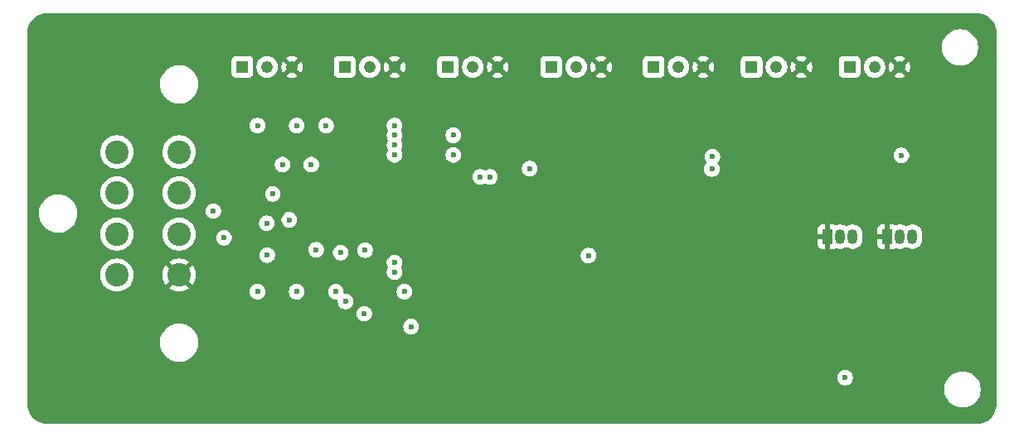
<source format=gbr>
%TF.GenerationSoftware,KiCad,Pcbnew,9.0.0*%
%TF.CreationDate,2025-03-18T23:21:23-07:00*%
%TF.ProjectId,BSPD,42535044-2e6b-4696-9361-645f70636258,rev?*%
%TF.SameCoordinates,Original*%
%TF.FileFunction,Copper,L2,Inr*%
%TF.FilePolarity,Positive*%
%FSLAX46Y46*%
G04 Gerber Fmt 4.6, Leading zero omitted, Abs format (unit mm)*
G04 Created by KiCad (PCBNEW 9.0.0) date 2025-03-18 23:21:23*
%MOMM*%
%LPD*%
G01*
G04 APERTURE LIST*
%TA.AperFunction,ComponentPad*%
%ADD10C,2.400000*%
%TD*%
%TA.AperFunction,ComponentPad*%
%ADD11R,1.050000X1.500000*%
%TD*%
%TA.AperFunction,ComponentPad*%
%ADD12O,1.050000X1.500000*%
%TD*%
%TA.AperFunction,ComponentPad*%
%ADD13R,1.210000X1.210000*%
%TD*%
%TA.AperFunction,ComponentPad*%
%ADD14C,1.210000*%
%TD*%
%TA.AperFunction,ViaPad*%
%ADD15C,0.600000*%
%TD*%
G04 APERTURE END LIST*
D10*
%TO.N,GND*%
%TO.C,J1*%
X55000000Y-116300000D03*
%TO.N,x*%
X55000000Y-112100000D03*
%TO.N,Throttle2*%
X55000000Y-107900000D03*
%TO.N,Throttle1*%
X55000000Y-103700000D03*
%TO.N,IGN_PWR*%
X48650000Y-103700000D03*
%TO.N,BSPD_OUT*%
X48650000Y-107900000D03*
%TO.N,Brake*%
X48650000Y-112100000D03*
%TO.N,MASTER_PWR*%
X48650000Y-116300000D03*
%TD*%
D11*
%TO.N,GND*%
%TO.C,Q2*%
X127330000Y-112360000D03*
D12*
%TO.N,Net-(Q2-B)*%
X128600000Y-112360000D03*
%TO.N,Net-(Q2-C)*%
X129870000Y-112360000D03*
%TD*%
D13*
%TO.N,+5V*%
%TO.C,RV7*%
X123460000Y-95000000D03*
D14*
%TO.N,Net-(BR1-IN1-)*%
X126000000Y-95000000D03*
%TO.N,GND*%
X128540000Y-95000000D03*
%TD*%
D13*
%TO.N,+5V*%
%TO.C,RV1*%
X61460000Y-95000000D03*
D14*
%TO.N,/Throttle_Low*%
X64000000Y-95000000D03*
%TO.N,GND*%
X66540000Y-95000000D03*
%TD*%
D13*
%TO.N,+5V*%
%TO.C,RV4*%
X93000000Y-95000000D03*
D14*
%TO.N,/Brake_High*%
X95540000Y-95000000D03*
%TO.N,GND*%
X98080000Y-95000000D03*
%TD*%
D13*
%TO.N,+5V*%
%TO.C,RV5*%
X103460000Y-95000000D03*
D14*
%TO.N,/Throttle_10\u0025*%
X106000000Y-95000000D03*
%TO.N,GND*%
X108540000Y-95000000D03*
%TD*%
D13*
%TO.N,+5V*%
%TO.C,RV3*%
X82460000Y-95000000D03*
D14*
%TO.N,/Brake_Low*%
X85000000Y-95000000D03*
%TO.N,GND*%
X87540000Y-95000000D03*
%TD*%
D11*
%TO.N,GND*%
%TO.C,Q1*%
X121230000Y-112360000D03*
D12*
%TO.N,/FAULT>100MS*%
X122500000Y-112360000D03*
%TO.N,BSPD_OUT*%
X123770000Y-112360000D03*
%TD*%
D13*
%TO.N,+5V*%
%TO.C,RV6*%
X113460000Y-95000000D03*
D14*
%TO.N,/Heavy_Braking*%
X116000000Y-95000000D03*
%TO.N,GND*%
X118540000Y-95000000D03*
%TD*%
D13*
%TO.N,+5V*%
%TO.C,RV2*%
X71920000Y-95000000D03*
D14*
%TO.N,/Throttle_High*%
X74460000Y-95000000D03*
%TO.N,GND*%
X77000000Y-95000000D03*
%TD*%
D15*
%TO.N,GND*%
X86600000Y-115700000D03*
X85800000Y-115700000D03*
X72700000Y-105150000D03*
X83100000Y-108100000D03*
X86600000Y-112000000D03*
X86600000Y-112800000D03*
X85800000Y-112800000D03*
X85800000Y-112000000D03*
%TO.N,/B_HVY*%
X70000000Y-101000000D03*
X77000000Y-102000000D03*
X83000000Y-104000000D03*
X109400000Y-105450000D03*
%TO.N,/T_10\u0025*%
X77000000Y-101000000D03*
X83000000Y-102000000D03*
X109450000Y-104200000D03*
%TO.N,/B_L*%
X71000000Y-118000000D03*
X78000000Y-118000000D03*
%TO.N,/T2_H*%
X77000000Y-116000000D03*
X67000000Y-118000000D03*
X86750000Y-106250000D03*
%TO.N,/T1_H*%
X63000000Y-101000000D03*
X77000000Y-104000000D03*
%TO.N,/T1_L*%
X67000000Y-101000000D03*
X77000000Y-103000000D03*
%TO.N,/T2_L*%
X85750000Y-106250000D03*
X77000000Y-115000000D03*
X63000000Y-118000000D03*
%TO.N,BSPD_OUT*%
X58500000Y-109750000D03*
X73900000Y-120250000D03*
%TO.N,+10V*%
X128750000Y-104050000D03*
X72000000Y-119000000D03*
%TO.N,IGN_PWR*%
X78685000Y-121565000D03*
%TO.N,+5V*%
X96800000Y-114300000D03*
X90800000Y-105400000D03*
%TO.N,Brake*%
X59575000Y-112475000D03*
X69000000Y-113700000D03*
%TO.N,/Brake_Low*%
X71500000Y-114000000D03*
%TO.N,/Brake_High*%
X73985500Y-113745250D03*
%TO.N,Throttle1*%
X64562000Y-107995250D03*
%TO.N,/Throttle_High*%
X68500000Y-105000000D03*
X66250000Y-110645250D03*
%TO.N,/Throttle_Low*%
X65561500Y-105000000D03*
X64000000Y-114250000D03*
%TO.N,Throttle2*%
X63950000Y-110995250D03*
%TO.N,MASTER_PWR*%
X123000000Y-126800000D03*
%TD*%
%TA.AperFunction,Conductor*%
%TO.N,GND*%
G36*
X136504043Y-89500765D02*
G01*
X136752895Y-89517075D01*
X136768953Y-89519190D01*
X136976105Y-89560395D01*
X137009535Y-89567045D01*
X137025202Y-89571243D01*
X137194947Y-89628863D01*
X137257481Y-89650091D01*
X137272458Y-89656294D01*
X137481799Y-89759529D01*
X137492460Y-89764787D01*
X137506508Y-89772897D01*
X137710464Y-89909177D01*
X137723328Y-89919048D01*
X137907749Y-90080781D01*
X137919218Y-90092250D01*
X138080951Y-90276671D01*
X138090825Y-90289539D01*
X138227102Y-90493492D01*
X138235212Y-90507539D01*
X138343702Y-90727534D01*
X138349909Y-90742520D01*
X138428756Y-90974797D01*
X138432954Y-90990464D01*
X138480807Y-91231035D01*
X138482925Y-91247116D01*
X138499235Y-91495956D01*
X138499500Y-91504066D01*
X138499500Y-129495933D01*
X138499235Y-129504043D01*
X138482925Y-129752883D01*
X138480807Y-129768964D01*
X138432954Y-130009535D01*
X138428756Y-130025202D01*
X138349909Y-130257479D01*
X138343702Y-130272465D01*
X138235212Y-130492460D01*
X138227102Y-130506507D01*
X138090825Y-130710460D01*
X138080951Y-130723328D01*
X137919218Y-130907749D01*
X137907749Y-130919218D01*
X137723328Y-131080951D01*
X137710460Y-131090825D01*
X137506507Y-131227102D01*
X137492460Y-131235212D01*
X137272465Y-131343702D01*
X137257479Y-131349909D01*
X137025202Y-131428756D01*
X137009535Y-131432954D01*
X136768964Y-131480807D01*
X136752883Y-131482925D01*
X136504043Y-131499235D01*
X136495933Y-131499500D01*
X41504067Y-131499500D01*
X41495957Y-131499235D01*
X41247116Y-131482925D01*
X41231035Y-131480807D01*
X40990464Y-131432954D01*
X40974797Y-131428756D01*
X40742520Y-131349909D01*
X40727534Y-131343702D01*
X40507539Y-131235212D01*
X40493492Y-131227102D01*
X40289539Y-131090825D01*
X40276671Y-131080951D01*
X40092250Y-130919218D01*
X40080781Y-130907749D01*
X39919048Y-130723328D01*
X39909174Y-130710460D01*
X39772897Y-130506507D01*
X39764787Y-130492460D01*
X39658855Y-130277652D01*
X39656294Y-130272458D01*
X39650090Y-130257479D01*
X39571243Y-130025202D01*
X39567045Y-130009535D01*
X39529113Y-129818838D01*
X39519190Y-129768953D01*
X39517075Y-129752895D01*
X39500765Y-129504043D01*
X39500500Y-129495933D01*
X39500500Y-127878711D01*
X133149500Y-127878711D01*
X133149500Y-128121288D01*
X133181161Y-128361785D01*
X133243947Y-128596104D01*
X133336773Y-128820205D01*
X133336776Y-128820212D01*
X133458064Y-129030289D01*
X133458066Y-129030292D01*
X133458067Y-129030293D01*
X133605733Y-129222736D01*
X133605739Y-129222743D01*
X133777256Y-129394260D01*
X133777263Y-129394266D01*
X133890321Y-129481018D01*
X133969711Y-129541936D01*
X134179788Y-129663224D01*
X134375269Y-129744195D01*
X134396244Y-129752883D01*
X134403900Y-129756054D01*
X134638211Y-129818838D01*
X134818586Y-129842584D01*
X134878711Y-129850500D01*
X134878712Y-129850500D01*
X135121289Y-129850500D01*
X135169388Y-129844167D01*
X135361789Y-129818838D01*
X135596100Y-129756054D01*
X135820212Y-129663224D01*
X136030289Y-129541936D01*
X136222738Y-129394265D01*
X136394265Y-129222738D01*
X136541936Y-129030289D01*
X136663224Y-128820212D01*
X136756054Y-128596100D01*
X136818838Y-128361789D01*
X136850500Y-128121288D01*
X136850500Y-127878712D01*
X136818838Y-127638211D01*
X136756054Y-127403900D01*
X136663224Y-127179788D01*
X136541936Y-126969711D01*
X136394265Y-126777262D01*
X136394260Y-126777256D01*
X136222743Y-126605739D01*
X136222736Y-126605733D01*
X136030293Y-126458067D01*
X136030292Y-126458066D01*
X136030289Y-126458064D01*
X135820212Y-126336776D01*
X135820205Y-126336773D01*
X135596104Y-126243947D01*
X135361785Y-126181161D01*
X135121289Y-126149500D01*
X135121288Y-126149500D01*
X134878712Y-126149500D01*
X134878711Y-126149500D01*
X134638214Y-126181161D01*
X134403895Y-126243947D01*
X134179794Y-126336773D01*
X134179785Y-126336777D01*
X133969706Y-126458067D01*
X133777263Y-126605733D01*
X133777256Y-126605739D01*
X133605739Y-126777256D01*
X133605733Y-126777263D01*
X133458067Y-126969706D01*
X133336777Y-127179785D01*
X133336773Y-127179794D01*
X133243947Y-127403895D01*
X133181161Y-127638214D01*
X133149500Y-127878711D01*
X39500500Y-127878711D01*
X39500500Y-126721153D01*
X122199500Y-126721153D01*
X122199500Y-126878846D01*
X122230261Y-127033489D01*
X122230264Y-127033501D01*
X122290602Y-127179172D01*
X122290609Y-127179185D01*
X122378210Y-127310288D01*
X122378213Y-127310292D01*
X122489707Y-127421786D01*
X122489711Y-127421789D01*
X122620814Y-127509390D01*
X122620827Y-127509397D01*
X122766498Y-127569735D01*
X122766503Y-127569737D01*
X122921153Y-127600499D01*
X122921156Y-127600500D01*
X122921158Y-127600500D01*
X123078844Y-127600500D01*
X123078845Y-127600499D01*
X123233497Y-127569737D01*
X123379179Y-127509394D01*
X123510289Y-127421789D01*
X123621789Y-127310289D01*
X123709394Y-127179179D01*
X123769737Y-127033497D01*
X123800500Y-126878842D01*
X123800500Y-126721158D01*
X123800500Y-126721155D01*
X123800499Y-126721153D01*
X123769737Y-126566503D01*
X123724822Y-126458067D01*
X123709397Y-126420827D01*
X123709390Y-126420814D01*
X123621789Y-126289711D01*
X123621786Y-126289707D01*
X123510292Y-126178213D01*
X123510288Y-126178210D01*
X123379185Y-126090609D01*
X123379172Y-126090602D01*
X123233501Y-126030264D01*
X123233489Y-126030261D01*
X123078845Y-125999500D01*
X123078842Y-125999500D01*
X122921158Y-125999500D01*
X122921155Y-125999500D01*
X122766510Y-126030261D01*
X122766498Y-126030264D01*
X122620827Y-126090602D01*
X122620814Y-126090609D01*
X122489711Y-126178210D01*
X122489707Y-126178213D01*
X122378213Y-126289707D01*
X122378210Y-126289711D01*
X122290609Y-126420814D01*
X122290602Y-126420827D01*
X122230264Y-126566498D01*
X122230261Y-126566510D01*
X122199500Y-126721153D01*
X39500500Y-126721153D01*
X39500500Y-123081166D01*
X53034500Y-123081166D01*
X53034500Y-123338833D01*
X53060657Y-123537507D01*
X53068131Y-123594273D01*
X53101473Y-123718709D01*
X53134816Y-123843147D01*
X53233412Y-124081177D01*
X53233416Y-124081187D01*
X53362239Y-124304315D01*
X53519086Y-124508723D01*
X53519092Y-124508730D01*
X53701269Y-124690907D01*
X53701276Y-124690913D01*
X53905684Y-124847760D01*
X54128812Y-124976583D01*
X54128813Y-124976583D01*
X54128816Y-124976585D01*
X54287508Y-125042317D01*
X54366852Y-125075183D01*
X54366853Y-125075183D01*
X54366855Y-125075184D01*
X54615727Y-125141869D01*
X54871174Y-125175500D01*
X54871181Y-125175500D01*
X55128819Y-125175500D01*
X55128826Y-125175500D01*
X55384273Y-125141869D01*
X55633145Y-125075184D01*
X55871184Y-124976585D01*
X56094316Y-124847760D01*
X56298725Y-124690912D01*
X56480912Y-124508725D01*
X56637760Y-124304316D01*
X56766585Y-124081184D01*
X56865184Y-123843145D01*
X56931869Y-123594273D01*
X56965500Y-123338826D01*
X56965500Y-123081174D01*
X56931869Y-122825727D01*
X56865184Y-122576855D01*
X56766585Y-122338816D01*
X56637760Y-122115684D01*
X56480912Y-121911275D01*
X56480907Y-121911269D01*
X56298730Y-121729092D01*
X56298723Y-121729086D01*
X56102399Y-121578442D01*
X56094315Y-121572239D01*
X55945210Y-121486153D01*
X77884500Y-121486153D01*
X77884500Y-121643846D01*
X77915261Y-121798489D01*
X77915264Y-121798501D01*
X77975602Y-121944172D01*
X77975609Y-121944185D01*
X78063210Y-122075288D01*
X78063213Y-122075292D01*
X78174707Y-122186786D01*
X78174711Y-122186789D01*
X78305814Y-122274390D01*
X78305827Y-122274397D01*
X78451498Y-122334735D01*
X78451503Y-122334737D01*
X78606153Y-122365499D01*
X78606156Y-122365500D01*
X78606158Y-122365500D01*
X78763844Y-122365500D01*
X78763845Y-122365499D01*
X78918497Y-122334737D01*
X79064179Y-122274394D01*
X79195289Y-122186789D01*
X79306789Y-122075289D01*
X79394394Y-121944179D01*
X79454737Y-121798497D01*
X79485500Y-121643842D01*
X79485500Y-121486158D01*
X79485500Y-121486155D01*
X79485499Y-121486153D01*
X79454738Y-121331510D01*
X79454737Y-121331503D01*
X79432630Y-121278131D01*
X79394397Y-121185827D01*
X79394390Y-121185814D01*
X79306789Y-121054711D01*
X79306786Y-121054707D01*
X79195292Y-120943213D01*
X79195288Y-120943210D01*
X79064185Y-120855609D01*
X79064172Y-120855602D01*
X78918501Y-120795264D01*
X78918489Y-120795261D01*
X78763845Y-120764500D01*
X78763842Y-120764500D01*
X78606158Y-120764500D01*
X78606155Y-120764500D01*
X78451510Y-120795261D01*
X78451498Y-120795264D01*
X78305827Y-120855602D01*
X78305814Y-120855609D01*
X78174711Y-120943210D01*
X78174707Y-120943213D01*
X78063213Y-121054707D01*
X78063210Y-121054711D01*
X77975609Y-121185814D01*
X77975602Y-121185827D01*
X77915264Y-121331498D01*
X77915261Y-121331510D01*
X77884500Y-121486153D01*
X55945210Y-121486153D01*
X55871187Y-121443416D01*
X55871177Y-121443412D01*
X55633147Y-121344816D01*
X55508709Y-121311473D01*
X55384273Y-121278131D01*
X55327507Y-121270657D01*
X55128833Y-121244500D01*
X55128826Y-121244500D01*
X54871174Y-121244500D01*
X54871166Y-121244500D01*
X54644110Y-121274394D01*
X54615727Y-121278131D01*
X54553509Y-121294802D01*
X54366852Y-121344816D01*
X54128822Y-121443412D01*
X54128812Y-121443416D01*
X53905684Y-121572239D01*
X53701276Y-121729086D01*
X53701269Y-121729092D01*
X53519092Y-121911269D01*
X53519086Y-121911276D01*
X53362239Y-122115684D01*
X53233416Y-122338812D01*
X53233412Y-122338822D01*
X53134816Y-122576852D01*
X53068131Y-122825728D01*
X53034500Y-123081166D01*
X39500500Y-123081166D01*
X39500500Y-120171153D01*
X73099500Y-120171153D01*
X73099500Y-120328846D01*
X73130261Y-120483489D01*
X73130264Y-120483501D01*
X73190602Y-120629172D01*
X73190609Y-120629185D01*
X73278210Y-120760288D01*
X73278213Y-120760292D01*
X73389707Y-120871786D01*
X73389711Y-120871789D01*
X73520814Y-120959390D01*
X73520827Y-120959397D01*
X73666498Y-121019735D01*
X73666503Y-121019737D01*
X73821153Y-121050499D01*
X73821156Y-121050500D01*
X73821158Y-121050500D01*
X73978844Y-121050500D01*
X73978845Y-121050499D01*
X74133497Y-121019737D01*
X74279179Y-120959394D01*
X74410289Y-120871789D01*
X74521789Y-120760289D01*
X74609394Y-120629179D01*
X74669737Y-120483497D01*
X74700500Y-120328842D01*
X74700500Y-120171158D01*
X74700500Y-120171155D01*
X74700499Y-120171153D01*
X74669738Y-120016510D01*
X74669737Y-120016503D01*
X74669735Y-120016498D01*
X74609397Y-119870827D01*
X74609390Y-119870814D01*
X74521789Y-119739711D01*
X74521786Y-119739707D01*
X74410292Y-119628213D01*
X74410288Y-119628210D01*
X74279185Y-119540609D01*
X74279172Y-119540602D01*
X74133501Y-119480264D01*
X74133489Y-119480261D01*
X73978845Y-119449500D01*
X73978842Y-119449500D01*
X73821158Y-119449500D01*
X73821155Y-119449500D01*
X73666510Y-119480261D01*
X73666498Y-119480264D01*
X73520827Y-119540602D01*
X73520814Y-119540609D01*
X73389711Y-119628210D01*
X73389707Y-119628213D01*
X73278213Y-119739707D01*
X73278210Y-119739711D01*
X73190609Y-119870814D01*
X73190602Y-119870827D01*
X73130264Y-120016498D01*
X73130261Y-120016510D01*
X73099500Y-120171153D01*
X39500500Y-120171153D01*
X39500500Y-116188549D01*
X46949500Y-116188549D01*
X46949500Y-116411450D01*
X46949501Y-116411466D01*
X46978594Y-116632452D01*
X46978595Y-116632457D01*
X46978596Y-116632463D01*
X47036290Y-116847780D01*
X47036293Y-116847790D01*
X47121593Y-117053722D01*
X47121595Y-117053726D01*
X47233052Y-117246774D01*
X47233057Y-117246780D01*
X47233058Y-117246782D01*
X47368751Y-117423622D01*
X47368757Y-117423629D01*
X47526370Y-117581242D01*
X47526376Y-117581247D01*
X47703226Y-117716948D01*
X47896274Y-117828405D01*
X48026140Y-117882197D01*
X48101074Y-117913236D01*
X48102219Y-117913710D01*
X48317537Y-117971404D01*
X48538543Y-118000500D01*
X48538550Y-118000500D01*
X48761450Y-118000500D01*
X48761457Y-118000500D01*
X48982463Y-117971404D01*
X49197781Y-117913710D01*
X49403726Y-117828405D01*
X49596774Y-117716948D01*
X49773624Y-117581247D01*
X49773629Y-117581242D01*
X49824550Y-117530322D01*
X49931242Y-117423629D01*
X49931247Y-117423624D01*
X50066948Y-117246774D01*
X50178405Y-117053726D01*
X50263710Y-116847781D01*
X50321404Y-116632463D01*
X50350500Y-116411457D01*
X50350500Y-116188575D01*
X53300000Y-116188575D01*
X53300000Y-116411424D01*
X53329085Y-116632354D01*
X53329088Y-116632367D01*
X53386763Y-116847618D01*
X53472045Y-117053502D01*
X53472054Y-117053520D01*
X53583464Y-117246491D01*
X53583473Y-117246504D01*
X53634040Y-117312403D01*
X53634043Y-117312403D01*
X54435387Y-116511058D01*
X54440889Y-116531591D01*
X54519881Y-116668408D01*
X54631592Y-116780119D01*
X54768409Y-116859111D01*
X54788940Y-116864612D01*
X53987595Y-117665955D01*
X53987595Y-117665956D01*
X54053507Y-117716533D01*
X54246485Y-117827949D01*
X54246497Y-117827954D01*
X54452381Y-117913236D01*
X54667632Y-117970911D01*
X54667645Y-117970914D01*
X54888575Y-118000000D01*
X55111425Y-118000000D01*
X55332354Y-117970914D01*
X55332367Y-117970911D01*
X55518071Y-117921153D01*
X62199500Y-117921153D01*
X62199500Y-118078846D01*
X62230261Y-118233489D01*
X62230264Y-118233501D01*
X62290602Y-118379172D01*
X62290609Y-118379185D01*
X62378210Y-118510288D01*
X62378213Y-118510292D01*
X62489707Y-118621786D01*
X62489711Y-118621789D01*
X62620814Y-118709390D01*
X62620827Y-118709397D01*
X62758683Y-118766498D01*
X62766503Y-118769737D01*
X62921153Y-118800499D01*
X62921156Y-118800500D01*
X62921158Y-118800500D01*
X63078844Y-118800500D01*
X63078845Y-118800499D01*
X63233497Y-118769737D01*
X63379179Y-118709394D01*
X63510289Y-118621789D01*
X63621789Y-118510289D01*
X63709394Y-118379179D01*
X63769737Y-118233497D01*
X63800500Y-118078842D01*
X63800500Y-117921158D01*
X63800500Y-117921155D01*
X63800499Y-117921153D01*
X66199500Y-117921153D01*
X66199500Y-118078846D01*
X66230261Y-118233489D01*
X66230264Y-118233501D01*
X66290602Y-118379172D01*
X66290609Y-118379185D01*
X66378210Y-118510288D01*
X66378213Y-118510292D01*
X66489707Y-118621786D01*
X66489711Y-118621789D01*
X66620814Y-118709390D01*
X66620827Y-118709397D01*
X66758683Y-118766498D01*
X66766503Y-118769737D01*
X66921153Y-118800499D01*
X66921156Y-118800500D01*
X66921158Y-118800500D01*
X67078844Y-118800500D01*
X67078845Y-118800499D01*
X67233497Y-118769737D01*
X67379179Y-118709394D01*
X67510289Y-118621789D01*
X67621789Y-118510289D01*
X67709394Y-118379179D01*
X67769737Y-118233497D01*
X67800500Y-118078842D01*
X67800500Y-117921158D01*
X67800500Y-117921155D01*
X67800499Y-117921153D01*
X70199500Y-117921153D01*
X70199500Y-118078846D01*
X70230261Y-118233489D01*
X70230264Y-118233501D01*
X70290602Y-118379172D01*
X70290609Y-118379185D01*
X70378210Y-118510288D01*
X70378213Y-118510292D01*
X70489707Y-118621786D01*
X70489711Y-118621789D01*
X70620814Y-118709390D01*
X70620827Y-118709397D01*
X70758683Y-118766498D01*
X70766503Y-118769737D01*
X70921153Y-118800499D01*
X70921156Y-118800500D01*
X71075500Y-118800500D01*
X71142539Y-118820185D01*
X71188294Y-118872989D01*
X71199500Y-118924500D01*
X71199500Y-119078846D01*
X71230261Y-119233489D01*
X71230264Y-119233501D01*
X71290602Y-119379172D01*
X71290609Y-119379185D01*
X71378210Y-119510288D01*
X71378213Y-119510292D01*
X71489707Y-119621786D01*
X71489711Y-119621789D01*
X71620814Y-119709390D01*
X71620827Y-119709397D01*
X71694013Y-119739711D01*
X71766503Y-119769737D01*
X71921153Y-119800499D01*
X71921156Y-119800500D01*
X71921158Y-119800500D01*
X72078844Y-119800500D01*
X72078845Y-119800499D01*
X72233497Y-119769737D01*
X72379179Y-119709394D01*
X72510289Y-119621789D01*
X72621789Y-119510289D01*
X72709394Y-119379179D01*
X72769737Y-119233497D01*
X72800500Y-119078842D01*
X72800500Y-118921158D01*
X72800500Y-118921155D01*
X72800499Y-118921153D01*
X72769737Y-118766503D01*
X72709794Y-118621786D01*
X72709397Y-118620827D01*
X72709390Y-118620814D01*
X72621789Y-118489711D01*
X72621786Y-118489707D01*
X72510292Y-118378213D01*
X72510288Y-118378210D01*
X72379185Y-118290609D01*
X72379172Y-118290602D01*
X72233501Y-118230264D01*
X72233489Y-118230261D01*
X72078845Y-118199500D01*
X72078842Y-118199500D01*
X71924500Y-118199500D01*
X71915814Y-118196949D01*
X71906853Y-118198238D01*
X71882812Y-118187259D01*
X71857461Y-118179815D01*
X71851533Y-118172974D01*
X71843297Y-118169213D01*
X71829007Y-118146978D01*
X71811706Y-118127011D01*
X71809418Y-118116496D01*
X71805523Y-118110435D01*
X71800500Y-118075500D01*
X71800500Y-117921155D01*
X71800499Y-117921153D01*
X77199500Y-117921153D01*
X77199500Y-118078846D01*
X77230261Y-118233489D01*
X77230264Y-118233501D01*
X77290602Y-118379172D01*
X77290609Y-118379185D01*
X77378210Y-118510288D01*
X77378213Y-118510292D01*
X77489707Y-118621786D01*
X77489711Y-118621789D01*
X77620814Y-118709390D01*
X77620827Y-118709397D01*
X77758683Y-118766498D01*
X77766503Y-118769737D01*
X77921153Y-118800499D01*
X77921156Y-118800500D01*
X77921158Y-118800500D01*
X78078844Y-118800500D01*
X78078845Y-118800499D01*
X78233497Y-118769737D01*
X78379179Y-118709394D01*
X78510289Y-118621789D01*
X78621789Y-118510289D01*
X78709394Y-118379179D01*
X78769737Y-118233497D01*
X78800500Y-118078842D01*
X78800500Y-117921158D01*
X78800500Y-117921155D01*
X78800499Y-117921153D01*
X78769738Y-117766510D01*
X78769737Y-117766503D01*
X78749211Y-117716948D01*
X78709397Y-117620827D01*
X78709390Y-117620814D01*
X78621789Y-117489711D01*
X78621786Y-117489707D01*
X78510292Y-117378213D01*
X78510288Y-117378210D01*
X78379185Y-117290609D01*
X78379172Y-117290602D01*
X78233501Y-117230264D01*
X78233489Y-117230261D01*
X78078845Y-117199500D01*
X78078842Y-117199500D01*
X77921158Y-117199500D01*
X77921155Y-117199500D01*
X77766510Y-117230261D01*
X77766498Y-117230264D01*
X77620827Y-117290602D01*
X77620814Y-117290609D01*
X77489711Y-117378210D01*
X77489707Y-117378213D01*
X77378213Y-117489707D01*
X77378210Y-117489711D01*
X77290609Y-117620814D01*
X77290602Y-117620827D01*
X77230264Y-117766498D01*
X77230261Y-117766510D01*
X77199500Y-117921153D01*
X71800499Y-117921153D01*
X71769738Y-117766510D01*
X71769737Y-117766503D01*
X71749211Y-117716948D01*
X71709397Y-117620827D01*
X71709390Y-117620814D01*
X71621789Y-117489711D01*
X71621786Y-117489707D01*
X71510292Y-117378213D01*
X71510288Y-117378210D01*
X71379185Y-117290609D01*
X71379172Y-117290602D01*
X71233501Y-117230264D01*
X71233489Y-117230261D01*
X71078845Y-117199500D01*
X71078842Y-117199500D01*
X70921158Y-117199500D01*
X70921155Y-117199500D01*
X70766510Y-117230261D01*
X70766498Y-117230264D01*
X70620827Y-117290602D01*
X70620814Y-117290609D01*
X70489711Y-117378210D01*
X70489707Y-117378213D01*
X70378213Y-117489707D01*
X70378210Y-117489711D01*
X70290609Y-117620814D01*
X70290602Y-117620827D01*
X70230264Y-117766498D01*
X70230261Y-117766510D01*
X70199500Y-117921153D01*
X67800499Y-117921153D01*
X67769738Y-117766510D01*
X67769737Y-117766503D01*
X67749211Y-117716948D01*
X67709397Y-117620827D01*
X67709390Y-117620814D01*
X67621789Y-117489711D01*
X67621786Y-117489707D01*
X67510292Y-117378213D01*
X67510288Y-117378210D01*
X67379185Y-117290609D01*
X67379172Y-117290602D01*
X67233501Y-117230264D01*
X67233489Y-117230261D01*
X67078845Y-117199500D01*
X67078842Y-117199500D01*
X66921158Y-117199500D01*
X66921155Y-117199500D01*
X66766510Y-117230261D01*
X66766498Y-117230264D01*
X66620827Y-117290602D01*
X66620814Y-117290609D01*
X66489711Y-117378210D01*
X66489707Y-117378213D01*
X66378213Y-117489707D01*
X66378210Y-117489711D01*
X66290609Y-117620814D01*
X66290602Y-117620827D01*
X66230264Y-117766498D01*
X66230261Y-117766510D01*
X66199500Y-117921153D01*
X63800499Y-117921153D01*
X63769738Y-117766510D01*
X63769737Y-117766503D01*
X63749211Y-117716948D01*
X63709397Y-117620827D01*
X63709390Y-117620814D01*
X63621789Y-117489711D01*
X63621786Y-117489707D01*
X63510292Y-117378213D01*
X63510288Y-117378210D01*
X63379185Y-117290609D01*
X63379172Y-117290602D01*
X63233501Y-117230264D01*
X63233489Y-117230261D01*
X63078845Y-117199500D01*
X63078842Y-117199500D01*
X62921158Y-117199500D01*
X62921155Y-117199500D01*
X62766510Y-117230261D01*
X62766498Y-117230264D01*
X62620827Y-117290602D01*
X62620814Y-117290609D01*
X62489711Y-117378210D01*
X62489707Y-117378213D01*
X62378213Y-117489707D01*
X62378210Y-117489711D01*
X62290609Y-117620814D01*
X62290602Y-117620827D01*
X62230264Y-117766498D01*
X62230261Y-117766510D01*
X62199500Y-117921153D01*
X55518071Y-117921153D01*
X55547618Y-117913236D01*
X55753502Y-117827954D01*
X55753513Y-117827949D01*
X55788623Y-117807679D01*
X55946498Y-117716530D01*
X56012403Y-117665957D01*
X56012404Y-117665956D01*
X55211059Y-116864612D01*
X55231591Y-116859111D01*
X55368408Y-116780119D01*
X55480119Y-116668408D01*
X55559111Y-116531591D01*
X55564612Y-116511059D01*
X56365956Y-117312404D01*
X56365957Y-117312403D01*
X56416530Y-117246498D01*
X56527949Y-117053514D01*
X56527954Y-117053502D01*
X56613236Y-116847618D01*
X56670911Y-116632367D01*
X56670914Y-116632354D01*
X56700000Y-116411424D01*
X56700000Y-116188575D01*
X56670914Y-115967645D01*
X56670911Y-115967632D01*
X56613236Y-115752381D01*
X56527954Y-115546497D01*
X56527949Y-115546485D01*
X56416533Y-115353507D01*
X56365956Y-115287595D01*
X56365955Y-115287595D01*
X55564612Y-116088939D01*
X55559111Y-116068409D01*
X55480119Y-115931592D01*
X55368408Y-115819881D01*
X55231591Y-115740889D01*
X55211058Y-115735387D01*
X56012403Y-114934043D01*
X56012403Y-114934040D01*
X55946504Y-114883473D01*
X55946491Y-114883464D01*
X55753520Y-114772054D01*
X55753502Y-114772045D01*
X55547618Y-114686763D01*
X55332367Y-114629088D01*
X55332354Y-114629085D01*
X55111425Y-114600000D01*
X54888575Y-114600000D01*
X54667645Y-114629085D01*
X54667632Y-114629088D01*
X54452381Y-114686763D01*
X54246497Y-114772045D01*
X54246479Y-114772054D01*
X54053511Y-114883462D01*
X53987595Y-114934042D01*
X54788941Y-115735387D01*
X54768409Y-115740889D01*
X54631592Y-115819881D01*
X54519881Y-115931592D01*
X54440889Y-116068409D01*
X54435387Y-116088940D01*
X53634042Y-115287595D01*
X53583462Y-115353511D01*
X53472054Y-115546479D01*
X53472045Y-115546497D01*
X53386763Y-115752381D01*
X53329088Y-115967632D01*
X53329085Y-115967645D01*
X53300000Y-116188575D01*
X50350500Y-116188575D01*
X50350500Y-116188543D01*
X50321404Y-115967537D01*
X50263710Y-115752219D01*
X50178405Y-115546274D01*
X50066948Y-115353226D01*
X49931247Y-115176376D01*
X49931242Y-115176370D01*
X49773629Y-115018757D01*
X49773622Y-115018751D01*
X49596782Y-114883058D01*
X49596780Y-114883057D01*
X49596774Y-114883052D01*
X49403726Y-114771595D01*
X49403722Y-114771593D01*
X49197790Y-114686293D01*
X49197783Y-114686291D01*
X49197781Y-114686290D01*
X48982463Y-114628596D01*
X48982457Y-114628595D01*
X48982452Y-114628594D01*
X48761466Y-114599501D01*
X48761463Y-114599500D01*
X48761457Y-114599500D01*
X48538543Y-114599500D01*
X48538537Y-114599500D01*
X48538533Y-114599501D01*
X48317547Y-114628594D01*
X48317540Y-114628595D01*
X48317537Y-114628596D01*
X48128784Y-114679172D01*
X48102219Y-114686290D01*
X48102209Y-114686293D01*
X47896277Y-114771593D01*
X47896273Y-114771595D01*
X47703226Y-114883052D01*
X47703217Y-114883058D01*
X47526377Y-115018751D01*
X47526370Y-115018757D01*
X47368757Y-115176370D01*
X47368751Y-115176377D01*
X47233058Y-115353217D01*
X47233052Y-115353226D01*
X47121595Y-115546273D01*
X47121593Y-115546277D01*
X47036293Y-115752209D01*
X47036290Y-115752219D01*
X46988228Y-115931592D01*
X46978597Y-115967534D01*
X46978594Y-115967547D01*
X46949501Y-116188533D01*
X46949500Y-116188549D01*
X39500500Y-116188549D01*
X39500500Y-114171153D01*
X63199500Y-114171153D01*
X63199500Y-114328846D01*
X63230261Y-114483489D01*
X63230264Y-114483501D01*
X63290602Y-114629172D01*
X63290609Y-114629185D01*
X63378210Y-114760288D01*
X63378213Y-114760292D01*
X63489707Y-114871786D01*
X63489711Y-114871789D01*
X63620814Y-114959390D01*
X63620827Y-114959397D01*
X63764127Y-115018753D01*
X63766503Y-115019737D01*
X63921153Y-115050499D01*
X63921156Y-115050500D01*
X63921158Y-115050500D01*
X64078844Y-115050500D01*
X64078845Y-115050499D01*
X64233497Y-115019737D01*
X64379179Y-114959394D01*
X64436411Y-114921153D01*
X76199500Y-114921153D01*
X76199500Y-115078846D01*
X76230261Y-115233489D01*
X76230264Y-115233501D01*
X76290602Y-115379172D01*
X76290609Y-115379185D01*
X76325304Y-115431109D01*
X76346182Y-115497786D01*
X76327698Y-115565167D01*
X76325304Y-115568891D01*
X76290609Y-115620814D01*
X76290602Y-115620827D01*
X76230264Y-115766498D01*
X76230261Y-115766510D01*
X76199500Y-115921153D01*
X76199500Y-116078846D01*
X76230261Y-116233489D01*
X76230264Y-116233501D01*
X76290602Y-116379172D01*
X76290609Y-116379185D01*
X76378210Y-116510288D01*
X76378213Y-116510292D01*
X76489707Y-116621786D01*
X76489711Y-116621789D01*
X76620814Y-116709390D01*
X76620827Y-116709397D01*
X76766498Y-116769735D01*
X76766503Y-116769737D01*
X76921153Y-116800499D01*
X76921156Y-116800500D01*
X76921158Y-116800500D01*
X77078844Y-116800500D01*
X77078845Y-116800499D01*
X77233497Y-116769737D01*
X77379179Y-116709394D01*
X77510289Y-116621789D01*
X77621789Y-116510289D01*
X77709394Y-116379179D01*
X77769737Y-116233497D01*
X77800500Y-116078842D01*
X77800500Y-115921158D01*
X77800500Y-115921155D01*
X77800499Y-115921153D01*
X77769737Y-115766503D01*
X77763888Y-115752381D01*
X77709396Y-115620825D01*
X77709394Y-115620822D01*
X77709394Y-115620821D01*
X77674694Y-115568889D01*
X77653816Y-115502215D01*
X77672300Y-115434835D01*
X77674676Y-115431136D01*
X77709394Y-115379179D01*
X77769737Y-115233497D01*
X77800500Y-115078842D01*
X77800500Y-114921158D01*
X77800500Y-114921155D01*
X77800499Y-114921153D01*
X77778447Y-114810292D01*
X77769737Y-114766503D01*
X77733569Y-114679185D01*
X77709397Y-114620827D01*
X77709390Y-114620814D01*
X77621789Y-114489711D01*
X77621786Y-114489707D01*
X77510292Y-114378213D01*
X77510288Y-114378210D01*
X77420429Y-114318168D01*
X77379185Y-114290609D01*
X77379172Y-114290602D01*
X77233501Y-114230264D01*
X77233489Y-114230261D01*
X77187701Y-114221153D01*
X95999500Y-114221153D01*
X95999500Y-114378846D01*
X96030261Y-114533489D01*
X96030264Y-114533501D01*
X96090602Y-114679172D01*
X96090609Y-114679185D01*
X96178210Y-114810288D01*
X96178213Y-114810292D01*
X96289707Y-114921786D01*
X96289711Y-114921789D01*
X96420814Y-115009390D01*
X96420827Y-115009397D01*
X96520060Y-115050500D01*
X96566503Y-115069737D01*
X96721153Y-115100499D01*
X96721156Y-115100500D01*
X96721158Y-115100500D01*
X96878844Y-115100500D01*
X96878845Y-115100499D01*
X97033497Y-115069737D01*
X97179179Y-115009394D01*
X97310289Y-114921789D01*
X97421789Y-114810289D01*
X97509394Y-114679179D01*
X97569737Y-114533497D01*
X97600500Y-114378842D01*
X97600500Y-114221158D01*
X97600500Y-114221155D01*
X97600499Y-114221153D01*
X97581258Y-114124422D01*
X97569737Y-114066503D01*
X97569735Y-114066498D01*
X97509397Y-113920827D01*
X97509390Y-113920814D01*
X97421789Y-113789711D01*
X97421786Y-113789707D01*
X97310292Y-113678213D01*
X97310288Y-113678210D01*
X97179185Y-113590609D01*
X97179172Y-113590602D01*
X97033501Y-113530264D01*
X97033489Y-113530261D01*
X96878845Y-113499500D01*
X96878842Y-113499500D01*
X96721158Y-113499500D01*
X96721155Y-113499500D01*
X96566510Y-113530261D01*
X96566498Y-113530264D01*
X96420827Y-113590602D01*
X96420814Y-113590609D01*
X96289711Y-113678210D01*
X96289707Y-113678213D01*
X96178213Y-113789707D01*
X96178210Y-113789711D01*
X96090609Y-113920814D01*
X96090602Y-113920827D01*
X96030264Y-114066498D01*
X96030261Y-114066510D01*
X95999500Y-114221153D01*
X77187701Y-114221153D01*
X77078845Y-114199500D01*
X77078842Y-114199500D01*
X76921158Y-114199500D01*
X76921155Y-114199500D01*
X76766510Y-114230261D01*
X76766498Y-114230264D01*
X76620827Y-114290602D01*
X76620814Y-114290609D01*
X76489711Y-114378210D01*
X76489707Y-114378213D01*
X76378213Y-114489707D01*
X76378210Y-114489711D01*
X76290609Y-114620814D01*
X76290602Y-114620827D01*
X76230264Y-114766498D01*
X76230261Y-114766510D01*
X76199500Y-114921153D01*
X64436411Y-114921153D01*
X64510289Y-114871789D01*
X64621789Y-114760289D01*
X64709394Y-114629179D01*
X64709636Y-114628596D01*
X64743951Y-114545750D01*
X64769737Y-114483497D01*
X64800500Y-114328842D01*
X64800500Y-114171158D01*
X64800500Y-114171155D01*
X64800499Y-114171153D01*
X64791205Y-114124429D01*
X64769737Y-114016503D01*
X64730102Y-113920814D01*
X64709397Y-113870827D01*
X64709390Y-113870814D01*
X64621789Y-113739711D01*
X64621786Y-113739707D01*
X64510292Y-113628213D01*
X64510288Y-113628210D01*
X64499727Y-113621153D01*
X68199500Y-113621153D01*
X68199500Y-113778846D01*
X68230261Y-113933489D01*
X68230264Y-113933501D01*
X68290602Y-114079172D01*
X68290609Y-114079185D01*
X68378210Y-114210288D01*
X68378213Y-114210292D01*
X68489707Y-114321786D01*
X68489711Y-114321789D01*
X68620814Y-114409390D01*
X68620827Y-114409397D01*
X68730055Y-114454640D01*
X68766503Y-114469737D01*
X68921153Y-114500499D01*
X68921156Y-114500500D01*
X68921158Y-114500500D01*
X69078844Y-114500500D01*
X69078845Y-114500499D01*
X69233497Y-114469737D01*
X69379179Y-114409394D01*
X69510289Y-114321789D01*
X69621789Y-114210289D01*
X69709394Y-114079179D01*
X69769737Y-113933497D01*
X69772192Y-113921153D01*
X70699500Y-113921153D01*
X70699500Y-114078846D01*
X70730261Y-114233489D01*
X70730264Y-114233501D01*
X70790602Y-114379172D01*
X70790609Y-114379185D01*
X70878210Y-114510288D01*
X70878213Y-114510292D01*
X70989707Y-114621786D01*
X70989711Y-114621789D01*
X71120814Y-114709390D01*
X71120827Y-114709397D01*
X71258683Y-114766498D01*
X71266503Y-114769737D01*
X71421153Y-114800499D01*
X71421156Y-114800500D01*
X71421158Y-114800500D01*
X71578844Y-114800500D01*
X71578845Y-114800499D01*
X71589179Y-114798443D01*
X71614287Y-114793450D01*
X71614292Y-114793449D01*
X71699800Y-114776439D01*
X71733497Y-114769737D01*
X71879179Y-114709394D01*
X72010289Y-114621789D01*
X72121789Y-114510289D01*
X72209394Y-114379179D01*
X72269737Y-114233497D01*
X72300500Y-114078842D01*
X72300500Y-113921158D01*
X72300500Y-113921155D01*
X72300499Y-113921153D01*
X72281193Y-113824096D01*
X72269737Y-113766503D01*
X72269735Y-113766498D01*
X72245409Y-113707768D01*
X72228275Y-113666403D01*
X73185000Y-113666403D01*
X73185000Y-113824096D01*
X73215761Y-113978739D01*
X73215764Y-113978751D01*
X73276102Y-114124422D01*
X73276109Y-114124435D01*
X73363710Y-114255538D01*
X73363713Y-114255542D01*
X73475207Y-114367036D01*
X73475211Y-114367039D01*
X73606314Y-114454640D01*
X73606327Y-114454647D01*
X73740661Y-114510289D01*
X73752003Y-114514987D01*
X73845079Y-114533501D01*
X73906653Y-114545749D01*
X73906656Y-114545750D01*
X73906658Y-114545750D01*
X74064344Y-114545750D01*
X74064345Y-114545749D01*
X74218997Y-114514987D01*
X74364679Y-114454644D01*
X74495789Y-114367039D01*
X74607289Y-114255539D01*
X74694894Y-114124429D01*
X74755237Y-113978747D01*
X74786000Y-113824092D01*
X74786000Y-113666408D01*
X74786000Y-113666405D01*
X74785999Y-113666403D01*
X74776999Y-113621158D01*
X74755237Y-113511753D01*
X74736779Y-113467190D01*
X74694897Y-113366077D01*
X74694890Y-113366064D01*
X74607289Y-113234961D01*
X74607286Y-113234957D01*
X74495792Y-113123463D01*
X74495788Y-113123460D01*
X74364685Y-113035859D01*
X74364672Y-113035852D01*
X74219001Y-112975514D01*
X74218989Y-112975511D01*
X74064345Y-112944750D01*
X74064342Y-112944750D01*
X73906658Y-112944750D01*
X73906655Y-112944750D01*
X73752010Y-112975511D01*
X73751998Y-112975514D01*
X73606327Y-113035852D01*
X73606314Y-113035859D01*
X73475211Y-113123460D01*
X73475207Y-113123463D01*
X73363713Y-113234957D01*
X73363710Y-113234961D01*
X73276109Y-113366064D01*
X73276102Y-113366077D01*
X73215764Y-113511748D01*
X73215761Y-113511760D01*
X73185000Y-113666403D01*
X72228275Y-113666403D01*
X72209397Y-113620827D01*
X72209390Y-113620814D01*
X72121789Y-113489711D01*
X72121786Y-113489707D01*
X72010292Y-113378213D01*
X72010288Y-113378210D01*
X71879185Y-113290609D01*
X71879172Y-113290602D01*
X71733501Y-113230264D01*
X71733489Y-113230261D01*
X71578845Y-113199500D01*
X71578842Y-113199500D01*
X71421158Y-113199500D01*
X71421155Y-113199500D01*
X71266510Y-113230261D01*
X71266498Y-113230264D01*
X71120827Y-113290602D01*
X71120814Y-113290609D01*
X70989711Y-113378210D01*
X70989707Y-113378213D01*
X70878213Y-113489707D01*
X70878210Y-113489711D01*
X70790609Y-113620814D01*
X70790602Y-113620827D01*
X70730264Y-113766498D01*
X70730261Y-113766510D01*
X70699500Y-113921153D01*
X69772192Y-113921153D01*
X69772257Y-113920827D01*
X69778216Y-113890874D01*
X69778216Y-113890873D01*
X69800499Y-113778846D01*
X69800500Y-113778844D01*
X69800500Y-113621155D01*
X69800499Y-113621153D01*
X69798380Y-113610499D01*
X69769737Y-113466503D01*
X69734552Y-113381558D01*
X69709397Y-113320827D01*
X69709390Y-113320814D01*
X69621789Y-113189711D01*
X69621786Y-113189707D01*
X69510292Y-113078213D01*
X69510288Y-113078210D01*
X69379185Y-112990609D01*
X69379172Y-112990602D01*
X69233501Y-112930264D01*
X69233489Y-112930261D01*
X69078845Y-112899500D01*
X69078842Y-112899500D01*
X68921158Y-112899500D01*
X68921155Y-112899500D01*
X68766510Y-112930261D01*
X68766498Y-112930264D01*
X68620827Y-112990602D01*
X68620814Y-112990609D01*
X68489711Y-113078210D01*
X68489707Y-113078213D01*
X68378213Y-113189707D01*
X68378210Y-113189711D01*
X68290609Y-113320814D01*
X68290602Y-113320827D01*
X68230264Y-113466498D01*
X68230261Y-113466510D01*
X68199500Y-113621153D01*
X64499727Y-113621153D01*
X64379185Y-113540609D01*
X64379172Y-113540602D01*
X64233501Y-113480264D01*
X64233489Y-113480261D01*
X64078845Y-113449500D01*
X64078842Y-113449500D01*
X63921158Y-113449500D01*
X63921155Y-113449500D01*
X63766510Y-113480261D01*
X63766498Y-113480264D01*
X63620827Y-113540602D01*
X63620814Y-113540609D01*
X63489711Y-113628210D01*
X63489707Y-113628213D01*
X63378213Y-113739707D01*
X63378210Y-113739711D01*
X63290609Y-113870814D01*
X63290602Y-113870827D01*
X63230264Y-114016498D01*
X63230261Y-114016510D01*
X63199500Y-114171153D01*
X39500500Y-114171153D01*
X39500500Y-111988549D01*
X46949500Y-111988549D01*
X46949500Y-112211450D01*
X46949501Y-112211466D01*
X46978594Y-112432452D01*
X46978595Y-112432457D01*
X46978596Y-112432463D01*
X47020876Y-112590255D01*
X47036290Y-112647780D01*
X47036293Y-112647790D01*
X47068633Y-112725865D01*
X47121595Y-112853726D01*
X47233052Y-113046774D01*
X47233057Y-113046780D01*
X47233058Y-113046782D01*
X47368751Y-113223622D01*
X47368757Y-113223629D01*
X47526370Y-113381242D01*
X47526377Y-113381248D01*
X47637478Y-113466498D01*
X47703226Y-113516948D01*
X47896274Y-113628405D01*
X47988022Y-113666408D01*
X48087873Y-113707768D01*
X48102219Y-113713710D01*
X48317537Y-113771404D01*
X48538543Y-113800500D01*
X48538550Y-113800500D01*
X48761450Y-113800500D01*
X48761457Y-113800500D01*
X48982463Y-113771404D01*
X49197781Y-113713710D01*
X49403726Y-113628405D01*
X49596774Y-113516948D01*
X49773624Y-113381247D01*
X49931247Y-113223624D01*
X50066948Y-113046774D01*
X50178405Y-112853726D01*
X50263710Y-112647781D01*
X50321404Y-112432463D01*
X50350500Y-112211457D01*
X50350500Y-111988549D01*
X53299500Y-111988549D01*
X53299500Y-112211450D01*
X53299501Y-112211466D01*
X53328594Y-112432452D01*
X53328595Y-112432457D01*
X53328596Y-112432463D01*
X53370876Y-112590255D01*
X53386290Y-112647780D01*
X53386293Y-112647790D01*
X53418633Y-112725865D01*
X53471595Y-112853726D01*
X53583052Y-113046774D01*
X53583057Y-113046780D01*
X53583058Y-113046782D01*
X53718751Y-113223622D01*
X53718757Y-113223629D01*
X53876370Y-113381242D01*
X53876377Y-113381248D01*
X53987478Y-113466498D01*
X54053226Y-113516948D01*
X54246274Y-113628405D01*
X54338022Y-113666408D01*
X54437873Y-113707768D01*
X54452219Y-113713710D01*
X54667537Y-113771404D01*
X54888543Y-113800500D01*
X54888550Y-113800500D01*
X55111450Y-113800500D01*
X55111457Y-113800500D01*
X55332463Y-113771404D01*
X55547781Y-113713710D01*
X55753726Y-113628405D01*
X55946774Y-113516948D01*
X56123624Y-113381247D01*
X56281247Y-113223624D01*
X56416948Y-113046774D01*
X56528405Y-112853726D01*
X56613710Y-112647781D01*
X56671404Y-112432463D01*
X56676184Y-112396153D01*
X58774500Y-112396153D01*
X58774500Y-112553846D01*
X58805261Y-112708489D01*
X58805264Y-112708501D01*
X58865602Y-112854172D01*
X58865609Y-112854185D01*
X58953210Y-112985288D01*
X58953213Y-112985292D01*
X59064707Y-113096786D01*
X59064711Y-113096789D01*
X59195814Y-113184390D01*
X59195827Y-113184397D01*
X59341498Y-113244735D01*
X59341503Y-113244737D01*
X59496153Y-113275499D01*
X59496156Y-113275500D01*
X59496158Y-113275500D01*
X59653844Y-113275500D01*
X59653845Y-113275499D01*
X59808497Y-113244737D01*
X59954179Y-113184394D01*
X60085289Y-113096789D01*
X60196789Y-112985289D01*
X60284394Y-112854179D01*
X60344737Y-112708497D01*
X60375500Y-112553842D01*
X60375500Y-112396158D01*
X60375500Y-112396155D01*
X60375499Y-112396153D01*
X60344738Y-112241510D01*
X60344737Y-112241503D01*
X60333865Y-112215255D01*
X60284397Y-112095827D01*
X60284390Y-112095814D01*
X60196789Y-111964711D01*
X60196786Y-111964707D01*
X60085292Y-111853213D01*
X60085288Y-111853210D01*
X59954185Y-111765609D01*
X59954172Y-111765602D01*
X59808501Y-111705264D01*
X59808489Y-111705261D01*
X59653845Y-111674500D01*
X59653842Y-111674500D01*
X59496158Y-111674500D01*
X59496155Y-111674500D01*
X59341510Y-111705261D01*
X59341498Y-111705264D01*
X59195827Y-111765602D01*
X59195814Y-111765609D01*
X59064711Y-111853210D01*
X59064707Y-111853213D01*
X58953213Y-111964707D01*
X58953210Y-111964711D01*
X58865609Y-112095814D01*
X58865602Y-112095827D01*
X58805264Y-112241498D01*
X58805261Y-112241510D01*
X58774500Y-112396153D01*
X56676184Y-112396153D01*
X56700500Y-112211457D01*
X56700500Y-111988543D01*
X56671404Y-111767537D01*
X56613710Y-111552219D01*
X56593165Y-111502620D01*
X56556866Y-111414985D01*
X56528405Y-111346274D01*
X56416948Y-111153226D01*
X56281248Y-110976377D01*
X56281246Y-110976374D01*
X56221275Y-110916403D01*
X63149500Y-110916403D01*
X63149500Y-111074096D01*
X63180261Y-111228739D01*
X63180264Y-111228751D01*
X63240602Y-111374422D01*
X63240609Y-111374435D01*
X63328210Y-111505538D01*
X63328213Y-111505542D01*
X63439707Y-111617036D01*
X63439711Y-111617039D01*
X63570814Y-111704640D01*
X63570827Y-111704647D01*
X63716498Y-111764985D01*
X63716503Y-111764987D01*
X63871153Y-111795749D01*
X63871156Y-111795750D01*
X63871158Y-111795750D01*
X64028844Y-111795750D01*
X64028845Y-111795749D01*
X64183497Y-111764987D01*
X64327685Y-111705263D01*
X64329172Y-111704647D01*
X64329172Y-111704646D01*
X64329179Y-111704644D01*
X64460289Y-111617039D01*
X64515173Y-111562155D01*
X120205000Y-111562155D01*
X120205000Y-112110000D01*
X120949670Y-112110000D01*
X120929925Y-112129745D01*
X120880556Y-112215255D01*
X120855000Y-112310630D01*
X120855000Y-112409370D01*
X120880556Y-112504745D01*
X120929925Y-112590255D01*
X120949670Y-112610000D01*
X120205000Y-112610000D01*
X120205000Y-113157844D01*
X120211401Y-113217372D01*
X120211403Y-113217379D01*
X120261645Y-113352086D01*
X120261649Y-113352093D01*
X120347809Y-113467187D01*
X120347812Y-113467190D01*
X120462906Y-113553350D01*
X120462913Y-113553354D01*
X120597620Y-113603596D01*
X120597627Y-113603598D01*
X120657155Y-113609999D01*
X120657172Y-113610000D01*
X120980000Y-113610000D01*
X120980000Y-112640330D01*
X120999745Y-112660075D01*
X121085255Y-112709444D01*
X121180630Y-112735000D01*
X121279370Y-112735000D01*
X121374745Y-112709444D01*
X121460255Y-112660075D01*
X121474500Y-112645830D01*
X121474500Y-112686002D01*
X121477617Y-112701671D01*
X121480000Y-112725865D01*
X121480000Y-113610000D01*
X121802828Y-113610000D01*
X121802844Y-113609999D01*
X121862372Y-113603598D01*
X121862376Y-113603597D01*
X121997089Y-113553352D01*
X121997896Y-113552748D01*
X121998845Y-113552393D01*
X122004876Y-113549101D01*
X122005349Y-113549967D01*
X122063360Y-113528329D01*
X122119661Y-113537451D01*
X122200873Y-113571091D01*
X122364288Y-113603596D01*
X122398992Y-113610499D01*
X122398996Y-113610500D01*
X122398997Y-113610500D01*
X122601004Y-113610500D01*
X122601005Y-113610499D01*
X122799127Y-113571091D01*
X122985756Y-113493786D01*
X123066110Y-113440094D01*
X123132786Y-113419217D01*
X123200166Y-113437701D01*
X123203865Y-113440078D01*
X123284244Y-113493786D01*
X123284245Y-113493786D01*
X123284246Y-113493787D01*
X123326523Y-113511298D01*
X123470873Y-113571091D01*
X123634288Y-113603596D01*
X123668992Y-113610499D01*
X123668996Y-113610500D01*
X123668997Y-113610500D01*
X123871004Y-113610500D01*
X123871005Y-113610499D01*
X124069127Y-113571091D01*
X124255756Y-113493786D01*
X124423718Y-113381558D01*
X124566558Y-113238718D01*
X124678786Y-113070756D01*
X124756091Y-112884127D01*
X124795500Y-112686003D01*
X124795500Y-112033997D01*
X124756091Y-111835873D01*
X124678786Y-111649244D01*
X124678782Y-111649239D01*
X124678780Y-111649234D01*
X124664419Y-111627740D01*
X124620596Y-111562155D01*
X126305000Y-111562155D01*
X126305000Y-112110000D01*
X127049670Y-112110000D01*
X127029925Y-112129745D01*
X126980556Y-112215255D01*
X126955000Y-112310630D01*
X126955000Y-112409370D01*
X126980556Y-112504745D01*
X127029925Y-112590255D01*
X127049670Y-112610000D01*
X126305000Y-112610000D01*
X126305000Y-113157844D01*
X126311401Y-113217372D01*
X126311403Y-113217379D01*
X126361645Y-113352086D01*
X126361649Y-113352093D01*
X126447809Y-113467187D01*
X126447812Y-113467190D01*
X126562906Y-113553350D01*
X126562913Y-113553354D01*
X126697620Y-113603596D01*
X126697627Y-113603598D01*
X126757155Y-113609999D01*
X126757172Y-113610000D01*
X127080000Y-113610000D01*
X127080000Y-112640330D01*
X127099745Y-112660075D01*
X127185255Y-112709444D01*
X127280630Y-112735000D01*
X127379370Y-112735000D01*
X127474745Y-112709444D01*
X127560255Y-112660075D01*
X127574500Y-112645830D01*
X127574500Y-112686002D01*
X127577617Y-112701671D01*
X127580000Y-112725865D01*
X127580000Y-113610000D01*
X127902828Y-113610000D01*
X127902844Y-113609999D01*
X127962372Y-113603598D01*
X127962376Y-113603597D01*
X128097089Y-113553352D01*
X128097896Y-113552748D01*
X128098845Y-113552393D01*
X128104876Y-113549101D01*
X128105349Y-113549967D01*
X128163360Y-113528329D01*
X128219661Y-113537451D01*
X128300873Y-113571091D01*
X128464288Y-113603596D01*
X128498992Y-113610499D01*
X128498996Y-113610500D01*
X128498997Y-113610500D01*
X128701004Y-113610500D01*
X128701005Y-113610499D01*
X128899127Y-113571091D01*
X129085756Y-113493786D01*
X129166110Y-113440094D01*
X129232786Y-113419217D01*
X129300166Y-113437701D01*
X129303865Y-113440078D01*
X129384244Y-113493786D01*
X129384245Y-113493786D01*
X129384246Y-113493787D01*
X129426523Y-113511298D01*
X129570873Y-113571091D01*
X129734288Y-113603596D01*
X129768992Y-113610499D01*
X129768996Y-113610500D01*
X129768997Y-113610500D01*
X129971004Y-113610500D01*
X129971005Y-113610499D01*
X130169127Y-113571091D01*
X130355756Y-113493786D01*
X130523718Y-113381558D01*
X130666558Y-113238718D01*
X130778786Y-113070756D01*
X130856091Y-112884127D01*
X130895500Y-112686003D01*
X130895500Y-112033997D01*
X130856091Y-111835873D01*
X130778786Y-111649244D01*
X130778784Y-111649241D01*
X130778782Y-111649237D01*
X130666558Y-111481281D01*
X130523718Y-111338441D01*
X130355762Y-111226217D01*
X130355752Y-111226212D01*
X130169127Y-111148909D01*
X130169119Y-111148907D01*
X129971007Y-111109500D01*
X129971003Y-111109500D01*
X129768997Y-111109500D01*
X129768992Y-111109500D01*
X129570880Y-111148907D01*
X129570872Y-111148909D01*
X129384244Y-111226213D01*
X129303891Y-111279904D01*
X129237213Y-111300782D01*
X129169833Y-111282297D01*
X129166109Y-111279904D01*
X129085755Y-111226213D01*
X128899127Y-111148909D01*
X128899119Y-111148907D01*
X128701007Y-111109500D01*
X128701003Y-111109500D01*
X128498997Y-111109500D01*
X128498992Y-111109500D01*
X128300880Y-111148907D01*
X128300868Y-111148910D01*
X128219661Y-111182547D01*
X128150191Y-111190016D01*
X128105140Y-111170405D01*
X128104872Y-111170897D01*
X128099374Y-111167894D01*
X128097895Y-111167251D01*
X128097086Y-111166645D01*
X127962379Y-111116403D01*
X127962372Y-111116401D01*
X127902844Y-111110000D01*
X127580000Y-111110000D01*
X127580000Y-111994134D01*
X127577617Y-112018326D01*
X127574500Y-112033995D01*
X127574500Y-112074170D01*
X127560255Y-112059925D01*
X127474745Y-112010556D01*
X127379370Y-111985000D01*
X127280630Y-111985000D01*
X127185255Y-112010556D01*
X127099745Y-112059925D01*
X127080000Y-112079670D01*
X127080000Y-111110000D01*
X126757155Y-111110000D01*
X126697627Y-111116401D01*
X126697620Y-111116403D01*
X126562913Y-111166645D01*
X126562906Y-111166649D01*
X126447812Y-111252809D01*
X126447809Y-111252812D01*
X126361649Y-111367906D01*
X126361645Y-111367913D01*
X126311403Y-111502620D01*
X126311401Y-111502627D01*
X126305000Y-111562155D01*
X124620596Y-111562155D01*
X124566558Y-111481282D01*
X124566555Y-111481278D01*
X124423718Y-111338441D01*
X124255762Y-111226217D01*
X124255752Y-111226212D01*
X124069127Y-111148909D01*
X124069119Y-111148907D01*
X123871007Y-111109500D01*
X123871003Y-111109500D01*
X123668997Y-111109500D01*
X123668992Y-111109500D01*
X123470880Y-111148907D01*
X123470872Y-111148909D01*
X123284244Y-111226213D01*
X123203891Y-111279904D01*
X123137213Y-111300782D01*
X123069833Y-111282297D01*
X123066109Y-111279904D01*
X122985755Y-111226213D01*
X122799127Y-111148909D01*
X122799119Y-111148907D01*
X122601007Y-111109500D01*
X122601003Y-111109500D01*
X122398997Y-111109500D01*
X122398992Y-111109500D01*
X122200880Y-111148907D01*
X122200868Y-111148910D01*
X122119661Y-111182547D01*
X122050191Y-111190016D01*
X122005140Y-111170405D01*
X122004872Y-111170897D01*
X121999374Y-111167894D01*
X121997895Y-111167251D01*
X121997086Y-111166645D01*
X121862379Y-111116403D01*
X121862372Y-111116401D01*
X121802844Y-111110000D01*
X121480000Y-111110000D01*
X121480000Y-111994134D01*
X121477617Y-112018326D01*
X121474500Y-112033995D01*
X121474500Y-112074170D01*
X121460255Y-112059925D01*
X121374745Y-112010556D01*
X121279370Y-111985000D01*
X121180630Y-111985000D01*
X121085255Y-112010556D01*
X120999745Y-112059925D01*
X120980000Y-112079670D01*
X120980000Y-111110000D01*
X120657155Y-111110000D01*
X120597627Y-111116401D01*
X120597620Y-111116403D01*
X120462913Y-111166645D01*
X120462906Y-111166649D01*
X120347812Y-111252809D01*
X120347809Y-111252812D01*
X120261649Y-111367906D01*
X120261645Y-111367913D01*
X120211403Y-111502620D01*
X120211401Y-111502627D01*
X120205000Y-111562155D01*
X64515173Y-111562155D01*
X64571789Y-111505539D01*
X64659394Y-111374429D01*
X64719737Y-111228747D01*
X64750500Y-111074092D01*
X64750500Y-110916408D01*
X64750500Y-110916405D01*
X64750499Y-110916403D01*
X64719737Y-110761753D01*
X64704138Y-110724094D01*
X64659394Y-110616070D01*
X64626207Y-110566403D01*
X65449500Y-110566403D01*
X65449500Y-110724096D01*
X65480261Y-110878739D01*
X65480264Y-110878751D01*
X65540602Y-111024422D01*
X65540609Y-111024435D01*
X65628210Y-111155538D01*
X65628213Y-111155542D01*
X65739707Y-111267036D01*
X65739711Y-111267039D01*
X65870814Y-111354640D01*
X65870827Y-111354647D01*
X66016498Y-111414985D01*
X66016503Y-111414987D01*
X66171153Y-111445749D01*
X66171156Y-111445750D01*
X66171158Y-111445750D01*
X66328844Y-111445750D01*
X66328845Y-111445749D01*
X66341336Y-111443264D01*
X66371652Y-111437235D01*
X66371657Y-111437234D01*
X66451857Y-111421280D01*
X66483497Y-111414987D01*
X66629179Y-111354644D01*
X66760289Y-111267039D01*
X66871789Y-111155539D01*
X66959394Y-111024429D01*
X67019737Y-110878747D01*
X67050500Y-110724092D01*
X67050500Y-110566408D01*
X67050500Y-110566405D01*
X67050499Y-110566403D01*
X67029213Y-110459394D01*
X67019737Y-110411753D01*
X67014662Y-110399500D01*
X66959397Y-110266077D01*
X66959390Y-110266064D01*
X66871789Y-110134961D01*
X66871786Y-110134957D01*
X66760292Y-110023463D01*
X66760288Y-110023460D01*
X66629185Y-109935859D01*
X66629172Y-109935852D01*
X66483501Y-109875514D01*
X66483489Y-109875511D01*
X66328845Y-109844750D01*
X66328842Y-109844750D01*
X66171158Y-109844750D01*
X66171155Y-109844750D01*
X66016510Y-109875511D01*
X66016498Y-109875514D01*
X65870827Y-109935852D01*
X65870814Y-109935859D01*
X65739711Y-110023460D01*
X65739707Y-110023463D01*
X65628213Y-110134957D01*
X65628210Y-110134961D01*
X65540609Y-110266064D01*
X65540602Y-110266077D01*
X65480264Y-110411748D01*
X65480261Y-110411760D01*
X65449500Y-110566403D01*
X64626207Y-110566403D01*
X64571789Y-110484961D01*
X64571786Y-110484957D01*
X64460292Y-110373463D01*
X64460288Y-110373460D01*
X64329185Y-110285859D01*
X64329172Y-110285852D01*
X64183501Y-110225514D01*
X64183489Y-110225511D01*
X64028845Y-110194750D01*
X64028842Y-110194750D01*
X63871158Y-110194750D01*
X63871155Y-110194750D01*
X63716510Y-110225511D01*
X63716498Y-110225514D01*
X63570827Y-110285852D01*
X63570814Y-110285859D01*
X63439711Y-110373460D01*
X63439707Y-110373463D01*
X63328213Y-110484957D01*
X63328210Y-110484961D01*
X63240609Y-110616064D01*
X63240602Y-110616077D01*
X63180264Y-110761748D01*
X63180261Y-110761760D01*
X63149500Y-110916403D01*
X56221275Y-110916403D01*
X56123629Y-110818757D01*
X56123622Y-110818751D01*
X55946782Y-110683058D01*
X55946780Y-110683057D01*
X55946774Y-110683052D01*
X55753726Y-110571595D01*
X55753722Y-110571593D01*
X55547790Y-110486293D01*
X55547783Y-110486291D01*
X55547781Y-110486290D01*
X55332463Y-110428596D01*
X55332457Y-110428595D01*
X55332452Y-110428594D01*
X55111466Y-110399501D01*
X55111463Y-110399500D01*
X55111457Y-110399500D01*
X54888543Y-110399500D01*
X54888537Y-110399500D01*
X54888533Y-110399501D01*
X54667547Y-110428594D01*
X54667540Y-110428595D01*
X54667537Y-110428596D01*
X54552612Y-110459390D01*
X54452219Y-110486290D01*
X54452209Y-110486293D01*
X54246277Y-110571593D01*
X54246273Y-110571595D01*
X54053226Y-110683052D01*
X54053217Y-110683058D01*
X53876377Y-110818751D01*
X53876370Y-110818757D01*
X53718757Y-110976370D01*
X53718751Y-110976377D01*
X53583058Y-111153217D01*
X53583052Y-111153226D01*
X53471595Y-111346273D01*
X53471593Y-111346277D01*
X53386293Y-111552209D01*
X53386290Y-111552219D01*
X53329114Y-111765606D01*
X53328597Y-111767534D01*
X53328594Y-111767547D01*
X53299501Y-111988533D01*
X53299500Y-111988549D01*
X50350500Y-111988549D01*
X50350500Y-111988543D01*
X50321404Y-111767537D01*
X50263710Y-111552219D01*
X50243165Y-111502620D01*
X50206866Y-111414985D01*
X50178405Y-111346274D01*
X50066948Y-111153226D01*
X49931247Y-110976376D01*
X49931245Y-110976374D01*
X49931242Y-110976370D01*
X49773629Y-110818757D01*
X49773622Y-110818751D01*
X49596782Y-110683058D01*
X49596780Y-110683057D01*
X49596774Y-110683052D01*
X49403726Y-110571595D01*
X49403722Y-110571593D01*
X49197790Y-110486293D01*
X49197783Y-110486291D01*
X49197781Y-110486290D01*
X48982463Y-110428596D01*
X48982457Y-110428595D01*
X48982452Y-110428594D01*
X48761466Y-110399501D01*
X48761463Y-110399500D01*
X48761457Y-110399500D01*
X48538543Y-110399500D01*
X48538537Y-110399500D01*
X48538533Y-110399501D01*
X48317547Y-110428594D01*
X48317540Y-110428595D01*
X48317537Y-110428596D01*
X48202612Y-110459390D01*
X48102219Y-110486290D01*
X48102209Y-110486293D01*
X47896277Y-110571593D01*
X47896273Y-110571595D01*
X47703226Y-110683052D01*
X47703217Y-110683058D01*
X47526377Y-110818751D01*
X47526370Y-110818757D01*
X47368757Y-110976370D01*
X47368751Y-110976377D01*
X47233058Y-111153217D01*
X47233052Y-111153226D01*
X47121595Y-111346273D01*
X47121593Y-111346277D01*
X47036293Y-111552209D01*
X47036290Y-111552219D01*
X46979114Y-111765606D01*
X46978597Y-111767534D01*
X46978594Y-111767547D01*
X46949501Y-111988533D01*
X46949500Y-111988549D01*
X39500500Y-111988549D01*
X39500500Y-109871166D01*
X40684500Y-109871166D01*
X40684500Y-110128833D01*
X40701808Y-110260289D01*
X40718131Y-110384273D01*
X40745109Y-110484957D01*
X40784816Y-110633147D01*
X40883412Y-110871177D01*
X40883416Y-110871187D01*
X41012239Y-111094315D01*
X41169086Y-111298723D01*
X41169092Y-111298730D01*
X41351269Y-111480907D01*
X41351276Y-111480913D01*
X41555684Y-111637760D01*
X41778812Y-111766583D01*
X41778813Y-111766583D01*
X41778816Y-111766585D01*
X41849227Y-111795750D01*
X42016852Y-111865183D01*
X42016853Y-111865183D01*
X42016855Y-111865184D01*
X42265727Y-111931869D01*
X42521174Y-111965500D01*
X42521181Y-111965500D01*
X42778819Y-111965500D01*
X42778826Y-111965500D01*
X43034273Y-111931869D01*
X43283145Y-111865184D01*
X43521184Y-111766585D01*
X43744316Y-111637760D01*
X43948725Y-111480912D01*
X44130912Y-111298725D01*
X44287760Y-111094316D01*
X44416585Y-110871184D01*
X44515184Y-110633145D01*
X44581869Y-110384273D01*
X44615500Y-110128826D01*
X44615500Y-109871174D01*
X44589166Y-109671153D01*
X57699500Y-109671153D01*
X57699500Y-109828846D01*
X57730261Y-109983489D01*
X57730264Y-109983501D01*
X57790602Y-110129172D01*
X57790609Y-110129185D01*
X57878210Y-110260288D01*
X57878213Y-110260292D01*
X57989707Y-110371786D01*
X57989711Y-110371789D01*
X58120814Y-110459390D01*
X58120827Y-110459397D01*
X58185761Y-110486293D01*
X58266503Y-110519737D01*
X58421153Y-110550499D01*
X58421156Y-110550500D01*
X58421158Y-110550500D01*
X58578844Y-110550500D01*
X58578845Y-110550499D01*
X58733497Y-110519737D01*
X58879179Y-110459394D01*
X59010289Y-110371789D01*
X59121789Y-110260289D01*
X59209394Y-110129179D01*
X59269737Y-109983497D01*
X59300500Y-109828842D01*
X59300500Y-109671158D01*
X59300500Y-109671155D01*
X59300499Y-109671153D01*
X59280658Y-109571405D01*
X59269737Y-109516503D01*
X59268580Y-109513709D01*
X59209397Y-109370827D01*
X59209390Y-109370814D01*
X59121789Y-109239711D01*
X59121786Y-109239707D01*
X59010292Y-109128213D01*
X59010288Y-109128210D01*
X58879185Y-109040609D01*
X58879172Y-109040602D01*
X58733501Y-108980264D01*
X58733489Y-108980261D01*
X58578845Y-108949500D01*
X58578842Y-108949500D01*
X58421158Y-108949500D01*
X58421155Y-108949500D01*
X58266510Y-108980261D01*
X58266498Y-108980264D01*
X58120827Y-109040602D01*
X58120814Y-109040609D01*
X57989711Y-109128210D01*
X57989707Y-109128213D01*
X57878213Y-109239707D01*
X57878210Y-109239711D01*
X57790609Y-109370814D01*
X57790602Y-109370827D01*
X57730264Y-109516498D01*
X57730261Y-109516510D01*
X57699500Y-109671153D01*
X44589166Y-109671153D01*
X44581869Y-109615727D01*
X44515184Y-109366855D01*
X44494511Y-109316947D01*
X44462519Y-109239711D01*
X44416585Y-109128816D01*
X44355855Y-109023629D01*
X44287760Y-108905684D01*
X44130913Y-108701276D01*
X44130907Y-108701269D01*
X43948730Y-108519092D01*
X43948723Y-108519086D01*
X43744315Y-108362239D01*
X43521187Y-108233416D01*
X43521177Y-108233412D01*
X43283147Y-108134816D01*
X43158709Y-108101473D01*
X43034273Y-108068131D01*
X42977507Y-108060657D01*
X42778833Y-108034500D01*
X42778826Y-108034500D01*
X42521174Y-108034500D01*
X42521166Y-108034500D01*
X42294110Y-108064394D01*
X42265727Y-108068131D01*
X42203509Y-108084802D01*
X42016852Y-108134816D01*
X41778822Y-108233412D01*
X41778812Y-108233416D01*
X41555684Y-108362239D01*
X41351276Y-108519086D01*
X41351269Y-108519092D01*
X41169092Y-108701269D01*
X41169086Y-108701276D01*
X41012239Y-108905684D01*
X40883416Y-109128812D01*
X40883412Y-109128822D01*
X40784816Y-109366852D01*
X40718131Y-109615728D01*
X40684500Y-109871166D01*
X39500500Y-109871166D01*
X39500500Y-107788549D01*
X46949500Y-107788549D01*
X46949500Y-108011450D01*
X46949501Y-108011466D01*
X46978594Y-108232452D01*
X46978595Y-108232457D01*
X46978596Y-108232463D01*
X47016637Y-108374435D01*
X47036290Y-108447780D01*
X47036293Y-108447790D01*
X47121593Y-108653722D01*
X47121595Y-108653726D01*
X47233052Y-108846774D01*
X47233057Y-108846780D01*
X47233058Y-108846782D01*
X47368751Y-109023622D01*
X47368757Y-109023629D01*
X47526370Y-109181242D01*
X47526376Y-109181247D01*
X47703226Y-109316948D01*
X47896274Y-109428405D01*
X48102219Y-109513710D01*
X48317537Y-109571404D01*
X48538543Y-109600500D01*
X48538550Y-109600500D01*
X48761450Y-109600500D01*
X48761457Y-109600500D01*
X48982463Y-109571404D01*
X49197781Y-109513710D01*
X49403726Y-109428405D01*
X49596774Y-109316948D01*
X49773624Y-109181247D01*
X49931247Y-109023624D01*
X50066948Y-108846774D01*
X50178405Y-108653726D01*
X50263710Y-108447781D01*
X50321404Y-108232463D01*
X50350500Y-108011457D01*
X50350500Y-107788549D01*
X53299500Y-107788549D01*
X53299500Y-108011450D01*
X53299501Y-108011466D01*
X53328594Y-108232452D01*
X53328595Y-108232457D01*
X53328596Y-108232463D01*
X53366637Y-108374435D01*
X53386290Y-108447780D01*
X53386293Y-108447790D01*
X53471593Y-108653722D01*
X53471595Y-108653726D01*
X53583052Y-108846774D01*
X53583057Y-108846780D01*
X53583058Y-108846782D01*
X53718751Y-109023622D01*
X53718757Y-109023629D01*
X53876370Y-109181242D01*
X53876376Y-109181247D01*
X54053226Y-109316948D01*
X54246274Y-109428405D01*
X54452219Y-109513710D01*
X54667537Y-109571404D01*
X54888543Y-109600500D01*
X54888550Y-109600500D01*
X55111450Y-109600500D01*
X55111457Y-109600500D01*
X55332463Y-109571404D01*
X55547781Y-109513710D01*
X55753726Y-109428405D01*
X55946774Y-109316948D01*
X56123624Y-109181247D01*
X56281247Y-109023624D01*
X56416948Y-108846774D01*
X56528405Y-108653726D01*
X56613710Y-108447781D01*
X56671404Y-108232463D01*
X56700500Y-108011457D01*
X56700500Y-107916403D01*
X63761500Y-107916403D01*
X63761500Y-108074096D01*
X63792261Y-108228739D01*
X63792264Y-108228751D01*
X63852602Y-108374422D01*
X63852609Y-108374435D01*
X63940210Y-108505538D01*
X63940213Y-108505542D01*
X64051707Y-108617036D01*
X64051711Y-108617039D01*
X64182814Y-108704640D01*
X64182827Y-108704647D01*
X64328498Y-108764985D01*
X64328503Y-108764987D01*
X64483153Y-108795749D01*
X64483156Y-108795750D01*
X64483158Y-108795750D01*
X64640844Y-108795750D01*
X64640845Y-108795749D01*
X64795497Y-108764987D01*
X64941179Y-108704644D01*
X65072289Y-108617039D01*
X65183789Y-108505539D01*
X65271394Y-108374429D01*
X65331737Y-108228747D01*
X65362500Y-108074092D01*
X65362500Y-107916408D01*
X65362500Y-107916405D01*
X65362499Y-107916403D01*
X65331738Y-107761760D01*
X65331737Y-107761753D01*
X65331735Y-107761748D01*
X65271397Y-107616077D01*
X65271390Y-107616064D01*
X65183789Y-107484961D01*
X65183786Y-107484957D01*
X65072292Y-107373463D01*
X65072288Y-107373460D01*
X64941185Y-107285859D01*
X64941172Y-107285852D01*
X64795501Y-107225514D01*
X64795489Y-107225511D01*
X64640845Y-107194750D01*
X64640842Y-107194750D01*
X64483158Y-107194750D01*
X64483155Y-107194750D01*
X64328510Y-107225511D01*
X64328498Y-107225514D01*
X64182827Y-107285852D01*
X64182814Y-107285859D01*
X64051711Y-107373460D01*
X64051707Y-107373463D01*
X63940213Y-107484957D01*
X63940210Y-107484961D01*
X63852609Y-107616064D01*
X63852602Y-107616077D01*
X63792264Y-107761748D01*
X63792261Y-107761760D01*
X63761500Y-107916403D01*
X56700500Y-107916403D01*
X56700500Y-107788543D01*
X56671404Y-107567537D01*
X56613710Y-107352219D01*
X56528405Y-107146274D01*
X56416948Y-106953226D01*
X56281247Y-106776376D01*
X56281242Y-106776370D01*
X56123629Y-106618757D01*
X56123622Y-106618751D01*
X55946782Y-106483058D01*
X55946780Y-106483057D01*
X55946774Y-106483052D01*
X55753726Y-106371595D01*
X55753722Y-106371593D01*
X55547790Y-106286293D01*
X55547783Y-106286291D01*
X55547784Y-106286291D01*
X55547781Y-106286290D01*
X55542370Y-106284840D01*
X55495325Y-106272234D01*
X55332463Y-106228596D01*
X55332457Y-106228595D01*
X55332452Y-106228594D01*
X55111466Y-106199501D01*
X55111463Y-106199500D01*
X55111457Y-106199500D01*
X54888543Y-106199500D01*
X54888537Y-106199500D01*
X54888533Y-106199501D01*
X54667547Y-106228594D01*
X54667540Y-106228595D01*
X54667537Y-106228596D01*
X54585790Y-106250500D01*
X54452219Y-106286290D01*
X54452209Y-106286293D01*
X54246277Y-106371593D01*
X54246273Y-106371595D01*
X54053226Y-106483052D01*
X54053217Y-106483058D01*
X53876377Y-106618751D01*
X53876370Y-106618757D01*
X53718757Y-106776370D01*
X53718751Y-106776377D01*
X53583058Y-106953217D01*
X53583052Y-106953226D01*
X53471595Y-107146273D01*
X53471593Y-107146277D01*
X53386293Y-107352209D01*
X53386290Y-107352219D01*
X53328597Y-107567534D01*
X53328594Y-107567547D01*
X53299501Y-107788533D01*
X53299500Y-107788549D01*
X50350500Y-107788549D01*
X50350500Y-107788543D01*
X50321404Y-107567537D01*
X50263710Y-107352219D01*
X50178405Y-107146274D01*
X50066948Y-106953226D01*
X49931247Y-106776376D01*
X49931242Y-106776370D01*
X49773629Y-106618757D01*
X49773622Y-106618751D01*
X49596782Y-106483058D01*
X49596780Y-106483057D01*
X49596774Y-106483052D01*
X49403726Y-106371595D01*
X49403722Y-106371593D01*
X49197790Y-106286293D01*
X49197783Y-106286291D01*
X49197781Y-106286290D01*
X48982463Y-106228596D01*
X48982457Y-106228595D01*
X48982452Y-106228594D01*
X48761466Y-106199501D01*
X48761463Y-106199500D01*
X48761457Y-106199500D01*
X48538543Y-106199500D01*
X48538537Y-106199500D01*
X48538533Y-106199501D01*
X48317547Y-106228594D01*
X48317540Y-106228595D01*
X48317537Y-106228596D01*
X48235790Y-106250500D01*
X48102219Y-106286290D01*
X48102209Y-106286293D01*
X47896277Y-106371593D01*
X47896273Y-106371595D01*
X47703226Y-106483052D01*
X47703217Y-106483058D01*
X47526377Y-106618751D01*
X47526370Y-106618757D01*
X47368757Y-106776370D01*
X47368751Y-106776377D01*
X47233058Y-106953217D01*
X47233052Y-106953226D01*
X47121595Y-107146273D01*
X47121593Y-107146277D01*
X47036293Y-107352209D01*
X47036290Y-107352219D01*
X46978597Y-107567534D01*
X46978594Y-107567547D01*
X46949501Y-107788533D01*
X46949500Y-107788549D01*
X39500500Y-107788549D01*
X39500500Y-106171153D01*
X84949500Y-106171153D01*
X84949500Y-106328846D01*
X84980261Y-106483489D01*
X84980264Y-106483501D01*
X85040602Y-106629172D01*
X85040609Y-106629185D01*
X85128210Y-106760288D01*
X85128213Y-106760292D01*
X85239707Y-106871786D01*
X85239711Y-106871789D01*
X85370814Y-106959390D01*
X85370827Y-106959397D01*
X85516498Y-107019735D01*
X85516503Y-107019737D01*
X85671153Y-107050499D01*
X85671156Y-107050500D01*
X85671158Y-107050500D01*
X85828844Y-107050500D01*
X85828845Y-107050499D01*
X85983497Y-107019737D01*
X86129179Y-106959394D01*
X86181110Y-106924694D01*
X86247785Y-106903816D01*
X86315165Y-106922300D01*
X86318863Y-106924676D01*
X86370821Y-106959394D01*
X86370823Y-106959395D01*
X86370825Y-106959396D01*
X86516498Y-107019735D01*
X86516503Y-107019737D01*
X86671153Y-107050499D01*
X86671156Y-107050500D01*
X86671158Y-107050500D01*
X86828844Y-107050500D01*
X86828845Y-107050499D01*
X86983497Y-107019737D01*
X87129179Y-106959394D01*
X87260289Y-106871789D01*
X87371789Y-106760289D01*
X87459394Y-106629179D01*
X87519737Y-106483497D01*
X87550500Y-106328842D01*
X87550500Y-106171158D01*
X87550500Y-106171155D01*
X87550499Y-106171153D01*
X87530734Y-106071789D01*
X87519737Y-106016503D01*
X87496452Y-105960288D01*
X87459397Y-105870827D01*
X87459390Y-105870814D01*
X87371789Y-105739711D01*
X87371786Y-105739707D01*
X87260292Y-105628213D01*
X87260288Y-105628210D01*
X87129185Y-105540609D01*
X87129172Y-105540602D01*
X86983501Y-105480264D01*
X86983489Y-105480261D01*
X86828845Y-105449500D01*
X86828842Y-105449500D01*
X86671158Y-105449500D01*
X86671155Y-105449500D01*
X86516510Y-105480261D01*
X86516498Y-105480264D01*
X86370827Y-105540602D01*
X86370814Y-105540609D01*
X86318891Y-105575304D01*
X86252214Y-105596182D01*
X86184833Y-105577698D01*
X86181109Y-105575304D01*
X86129185Y-105540609D01*
X86129172Y-105540602D01*
X85983501Y-105480264D01*
X85983489Y-105480261D01*
X85828845Y-105449500D01*
X85828842Y-105449500D01*
X85671158Y-105449500D01*
X85671155Y-105449500D01*
X85516510Y-105480261D01*
X85516498Y-105480264D01*
X85370827Y-105540602D01*
X85370814Y-105540609D01*
X85239711Y-105628210D01*
X85239707Y-105628213D01*
X85128213Y-105739707D01*
X85128210Y-105739711D01*
X85040609Y-105870814D01*
X85040602Y-105870827D01*
X84980264Y-106016498D01*
X84980261Y-106016510D01*
X84949500Y-106171153D01*
X39500500Y-106171153D01*
X39500500Y-103588549D01*
X46949500Y-103588549D01*
X46949500Y-103811450D01*
X46949501Y-103811466D01*
X46978594Y-104032452D01*
X46978595Y-104032457D01*
X46978596Y-104032463D01*
X47032463Y-104233497D01*
X47036290Y-104247780D01*
X47036293Y-104247790D01*
X47121593Y-104453722D01*
X47121595Y-104453726D01*
X47233052Y-104646774D01*
X47233057Y-104646780D01*
X47233058Y-104646782D01*
X47368751Y-104823622D01*
X47368757Y-104823629D01*
X47526370Y-104981242D01*
X47526376Y-104981247D01*
X47703226Y-105116948D01*
X47896274Y-105228405D01*
X48102219Y-105313710D01*
X48317537Y-105371404D01*
X48538543Y-105400500D01*
X48538550Y-105400500D01*
X48761450Y-105400500D01*
X48761457Y-105400500D01*
X48982463Y-105371404D01*
X49197781Y-105313710D01*
X49403726Y-105228405D01*
X49596774Y-105116948D01*
X49773624Y-104981247D01*
X49931247Y-104823624D01*
X50066948Y-104646774D01*
X50178405Y-104453726D01*
X50263710Y-104247781D01*
X50321404Y-104032463D01*
X50350500Y-103811457D01*
X50350500Y-103588549D01*
X53299500Y-103588549D01*
X53299500Y-103811450D01*
X53299501Y-103811466D01*
X53328594Y-104032452D01*
X53328595Y-104032457D01*
X53328596Y-104032463D01*
X53382463Y-104233497D01*
X53386290Y-104247780D01*
X53386293Y-104247790D01*
X53471593Y-104453722D01*
X53471595Y-104453726D01*
X53583052Y-104646774D01*
X53583057Y-104646780D01*
X53583058Y-104646782D01*
X53718751Y-104823622D01*
X53718757Y-104823629D01*
X53876370Y-104981242D01*
X53876376Y-104981247D01*
X54053226Y-105116948D01*
X54246274Y-105228405D01*
X54452219Y-105313710D01*
X54667537Y-105371404D01*
X54888543Y-105400500D01*
X54888550Y-105400500D01*
X55111450Y-105400500D01*
X55111457Y-105400500D01*
X55332463Y-105371404D01*
X55547781Y-105313710D01*
X55753726Y-105228405D01*
X55946774Y-105116948D01*
X56123624Y-104981247D01*
X56183718Y-104921153D01*
X64761000Y-104921153D01*
X64761000Y-105078846D01*
X64791761Y-105233489D01*
X64791764Y-105233501D01*
X64852102Y-105379172D01*
X64852109Y-105379185D01*
X64939710Y-105510288D01*
X64939713Y-105510292D01*
X65051207Y-105621786D01*
X65051211Y-105621789D01*
X65182314Y-105709390D01*
X65182327Y-105709397D01*
X65255513Y-105739711D01*
X65328003Y-105769737D01*
X65482653Y-105800499D01*
X65482656Y-105800500D01*
X65482658Y-105800500D01*
X65640344Y-105800500D01*
X65640345Y-105800499D01*
X65794997Y-105769737D01*
X65940679Y-105709394D01*
X66071789Y-105621789D01*
X66183289Y-105510289D01*
X66270894Y-105379179D01*
X66274115Y-105371404D01*
X66298012Y-105313709D01*
X66331237Y-105233497D01*
X66362000Y-105078842D01*
X66362000Y-104921158D01*
X66362000Y-104921155D01*
X66361999Y-104921153D01*
X67699500Y-104921153D01*
X67699500Y-105078846D01*
X67730261Y-105233489D01*
X67730264Y-105233501D01*
X67790602Y-105379172D01*
X67790609Y-105379185D01*
X67878210Y-105510288D01*
X67878213Y-105510292D01*
X67989707Y-105621786D01*
X67989711Y-105621789D01*
X68120814Y-105709390D01*
X68120827Y-105709397D01*
X68194013Y-105739711D01*
X68266503Y-105769737D01*
X68421153Y-105800499D01*
X68421156Y-105800500D01*
X68421158Y-105800500D01*
X68578844Y-105800500D01*
X68578845Y-105800499D01*
X68733497Y-105769737D01*
X68879179Y-105709394D01*
X69010289Y-105621789D01*
X69121789Y-105510289D01*
X69209394Y-105379179D01*
X69212614Y-105371405D01*
X69233429Y-105321153D01*
X89999500Y-105321153D01*
X89999500Y-105478846D01*
X90030261Y-105633489D01*
X90030264Y-105633501D01*
X90090602Y-105779172D01*
X90090609Y-105779185D01*
X90178210Y-105910288D01*
X90178213Y-105910292D01*
X90289707Y-106021786D01*
X90289711Y-106021789D01*
X90420814Y-106109390D01*
X90420827Y-106109397D01*
X90566498Y-106169735D01*
X90566503Y-106169737D01*
X90716131Y-106199500D01*
X90721153Y-106200499D01*
X90721156Y-106200500D01*
X90721158Y-106200500D01*
X90878844Y-106200500D01*
X90878845Y-106200499D01*
X91033497Y-106169737D01*
X91179179Y-106109394D01*
X91310289Y-106021789D01*
X91421789Y-105910289D01*
X91509394Y-105779179D01*
X91569737Y-105633497D01*
X91600500Y-105478842D01*
X91600500Y-105371153D01*
X108599500Y-105371153D01*
X108599500Y-105528846D01*
X108630261Y-105683489D01*
X108630264Y-105683501D01*
X108690602Y-105829172D01*
X108690609Y-105829185D01*
X108778210Y-105960288D01*
X108778213Y-105960292D01*
X108889707Y-106071786D01*
X108889711Y-106071789D01*
X109020814Y-106159390D01*
X109020827Y-106159397D01*
X109120060Y-106200500D01*
X109166503Y-106219737D01*
X109321153Y-106250499D01*
X109321156Y-106250500D01*
X109321158Y-106250500D01*
X109478844Y-106250500D01*
X109478845Y-106250499D01*
X109633497Y-106219737D01*
X109779179Y-106159394D01*
X109910289Y-106071789D01*
X110021789Y-105960289D01*
X110109394Y-105829179D01*
X110169737Y-105683497D01*
X110200500Y-105528842D01*
X110200500Y-105371158D01*
X110200500Y-105371155D01*
X110200499Y-105371153D01*
X110189073Y-105313710D01*
X110169737Y-105216503D01*
X110169735Y-105216498D01*
X110109397Y-105070827D01*
X110109390Y-105070814D01*
X110021789Y-104939711D01*
X110021786Y-104939707D01*
X110019759Y-104937680D01*
X110019036Y-104936356D01*
X110017924Y-104935001D01*
X110018180Y-104934790D01*
X109986274Y-104876357D01*
X109991258Y-104806665D01*
X110019756Y-104762321D01*
X110071789Y-104710289D01*
X110159394Y-104579179D01*
X110219737Y-104433497D01*
X110250500Y-104278842D01*
X110250500Y-104121158D01*
X110250500Y-104121155D01*
X110250499Y-104121153D01*
X110224264Y-103989257D01*
X110220662Y-103971153D01*
X127949500Y-103971153D01*
X127949500Y-104128846D01*
X127980261Y-104283489D01*
X127980264Y-104283501D01*
X128040602Y-104429172D01*
X128040609Y-104429185D01*
X128128210Y-104560288D01*
X128128213Y-104560292D01*
X128239707Y-104671786D01*
X128239711Y-104671789D01*
X128370814Y-104759390D01*
X128370827Y-104759397D01*
X128484944Y-104806665D01*
X128516503Y-104819737D01*
X128671153Y-104850499D01*
X128671156Y-104850500D01*
X128671158Y-104850500D01*
X128828844Y-104850500D01*
X128828845Y-104850499D01*
X128983497Y-104819737D01*
X129129179Y-104759394D01*
X129260289Y-104671789D01*
X129371789Y-104560289D01*
X129459394Y-104429179D01*
X129519737Y-104283497D01*
X129550500Y-104128842D01*
X129550500Y-103971158D01*
X129550500Y-103971155D01*
X129550499Y-103971153D01*
X129520596Y-103820821D01*
X129519737Y-103816503D01*
X129517644Y-103811450D01*
X129459397Y-103670827D01*
X129459390Y-103670814D01*
X129371789Y-103539711D01*
X129371786Y-103539707D01*
X129260292Y-103428213D01*
X129260288Y-103428210D01*
X129129185Y-103340609D01*
X129129172Y-103340602D01*
X128983501Y-103280264D01*
X128983489Y-103280261D01*
X128828845Y-103249500D01*
X128828842Y-103249500D01*
X128671158Y-103249500D01*
X128671155Y-103249500D01*
X128516510Y-103280261D01*
X128516498Y-103280264D01*
X128370827Y-103340602D01*
X128370814Y-103340609D01*
X128239711Y-103428210D01*
X128239707Y-103428213D01*
X128128213Y-103539707D01*
X128128210Y-103539711D01*
X128040609Y-103670814D01*
X128040602Y-103670827D01*
X127980264Y-103816498D01*
X127980261Y-103816510D01*
X127949500Y-103971153D01*
X110220662Y-103971153D01*
X110219738Y-103966507D01*
X110219735Y-103966498D01*
X110159397Y-103820827D01*
X110159390Y-103820814D01*
X110071789Y-103689711D01*
X110071786Y-103689707D01*
X109960292Y-103578213D01*
X109960288Y-103578210D01*
X109829185Y-103490609D01*
X109829172Y-103490602D01*
X109683501Y-103430264D01*
X109683489Y-103430261D01*
X109528845Y-103399500D01*
X109528842Y-103399500D01*
X109371158Y-103399500D01*
X109371155Y-103399500D01*
X109216510Y-103430261D01*
X109216498Y-103430264D01*
X109070827Y-103490602D01*
X109070814Y-103490609D01*
X108939711Y-103578210D01*
X108939707Y-103578213D01*
X108828213Y-103689707D01*
X108828210Y-103689711D01*
X108740609Y-103820814D01*
X108740602Y-103820827D01*
X108680264Y-103966498D01*
X108680261Y-103966510D01*
X108649500Y-104121153D01*
X108649500Y-104278846D01*
X108680261Y-104433489D01*
X108680264Y-104433501D01*
X108740602Y-104579172D01*
X108740609Y-104579185D01*
X108828210Y-104710288D01*
X108828213Y-104710292D01*
X108830240Y-104712319D01*
X108830962Y-104713642D01*
X108832076Y-104714999D01*
X108831818Y-104715210D01*
X108863725Y-104773642D01*
X108858741Y-104843334D01*
X108830240Y-104887681D01*
X108778213Y-104939707D01*
X108778210Y-104939711D01*
X108690609Y-105070814D01*
X108690602Y-105070827D01*
X108630264Y-105216498D01*
X108630261Y-105216510D01*
X108599500Y-105371153D01*
X91600500Y-105371153D01*
X91600500Y-105321158D01*
X91600500Y-105321155D01*
X91600499Y-105321153D01*
X91579684Y-105216510D01*
X91569737Y-105166503D01*
X91549211Y-105116948D01*
X91509397Y-105020827D01*
X91509390Y-105020814D01*
X91421789Y-104889711D01*
X91421786Y-104889707D01*
X91310292Y-104778213D01*
X91310288Y-104778210D01*
X91179185Y-104690609D01*
X91179172Y-104690602D01*
X91033501Y-104630264D01*
X91033489Y-104630261D01*
X90878845Y-104599500D01*
X90878842Y-104599500D01*
X90721158Y-104599500D01*
X90721155Y-104599500D01*
X90566510Y-104630261D01*
X90566498Y-104630264D01*
X90420827Y-104690602D01*
X90420814Y-104690609D01*
X90289711Y-104778210D01*
X90289707Y-104778213D01*
X90178213Y-104889707D01*
X90178210Y-104889711D01*
X90090609Y-105020814D01*
X90090602Y-105020827D01*
X90030264Y-105166498D01*
X90030261Y-105166510D01*
X89999500Y-105321153D01*
X69233429Y-105321153D01*
X69255603Y-105267621D01*
X69255605Y-105267614D01*
X69269737Y-105233497D01*
X69300500Y-105078842D01*
X69300500Y-104921158D01*
X69300500Y-104921155D01*
X69300499Y-104921153D01*
X69285020Y-104843334D01*
X69269737Y-104766503D01*
X69248404Y-104714999D01*
X69209397Y-104620827D01*
X69209390Y-104620814D01*
X69121789Y-104489711D01*
X69121786Y-104489707D01*
X69010292Y-104378213D01*
X69010288Y-104378210D01*
X68879185Y-104290609D01*
X68879172Y-104290602D01*
X68733501Y-104230264D01*
X68733489Y-104230261D01*
X68578845Y-104199500D01*
X68578842Y-104199500D01*
X68421158Y-104199500D01*
X68421155Y-104199500D01*
X68266510Y-104230261D01*
X68266498Y-104230264D01*
X68120827Y-104290602D01*
X68120814Y-104290609D01*
X67989711Y-104378210D01*
X67989707Y-104378213D01*
X67878213Y-104489707D01*
X67878210Y-104489711D01*
X67790609Y-104620814D01*
X67790602Y-104620827D01*
X67730264Y-104766498D01*
X67730261Y-104766510D01*
X67699500Y-104921153D01*
X66361999Y-104921153D01*
X66346520Y-104843334D01*
X66331237Y-104766503D01*
X66309904Y-104714999D01*
X66270897Y-104620827D01*
X66270890Y-104620814D01*
X66183289Y-104489711D01*
X66183286Y-104489707D01*
X66071792Y-104378213D01*
X66071788Y-104378210D01*
X65940685Y-104290609D01*
X65940672Y-104290602D01*
X65795001Y-104230264D01*
X65794989Y-104230261D01*
X65640345Y-104199500D01*
X65640342Y-104199500D01*
X65482658Y-104199500D01*
X65482655Y-104199500D01*
X65328010Y-104230261D01*
X65327998Y-104230264D01*
X65182327Y-104290602D01*
X65182314Y-104290609D01*
X65051211Y-104378210D01*
X65051207Y-104378213D01*
X64939713Y-104489707D01*
X64939710Y-104489711D01*
X64852109Y-104620814D01*
X64852102Y-104620827D01*
X64791764Y-104766498D01*
X64791761Y-104766510D01*
X64761000Y-104921153D01*
X56183718Y-104921153D01*
X56277487Y-104827385D01*
X56281242Y-104823629D01*
X56281247Y-104823624D01*
X56416948Y-104646774D01*
X56528405Y-104453726D01*
X56613710Y-104247781D01*
X56671404Y-104032463D01*
X56700500Y-103811457D01*
X56700500Y-103588543D01*
X56671404Y-103367537D01*
X56613710Y-103152219D01*
X56528405Y-102946274D01*
X56416948Y-102753226D01*
X56377867Y-102702294D01*
X56281248Y-102576377D01*
X56281242Y-102576370D01*
X56123629Y-102418757D01*
X56123622Y-102418751D01*
X55946782Y-102283058D01*
X55946780Y-102283057D01*
X55946774Y-102283052D01*
X55753726Y-102171595D01*
X55753722Y-102171593D01*
X55547790Y-102086293D01*
X55547783Y-102086291D01*
X55547781Y-102086290D01*
X55332463Y-102028596D01*
X55332457Y-102028595D01*
X55332452Y-102028594D01*
X55111466Y-101999501D01*
X55111463Y-101999500D01*
X55111457Y-101999500D01*
X54888543Y-101999500D01*
X54888537Y-101999500D01*
X54888533Y-101999501D01*
X54667547Y-102028594D01*
X54667540Y-102028595D01*
X54667537Y-102028596D01*
X54480008Y-102078844D01*
X54452219Y-102086290D01*
X54452209Y-102086293D01*
X54246277Y-102171593D01*
X54246273Y-102171595D01*
X54053226Y-102283052D01*
X54053217Y-102283058D01*
X53876377Y-102418751D01*
X53876370Y-102418757D01*
X53718757Y-102576370D01*
X53718751Y-102576377D01*
X53583058Y-102753217D01*
X53583052Y-102753226D01*
X53471595Y-102946273D01*
X53471593Y-102946277D01*
X53386293Y-103152209D01*
X53386290Y-103152219D01*
X53349210Y-103290606D01*
X53328597Y-103367534D01*
X53328594Y-103367547D01*
X53299501Y-103588533D01*
X53299500Y-103588549D01*
X50350500Y-103588549D01*
X50350500Y-103588543D01*
X50321404Y-103367537D01*
X50263710Y-103152219D01*
X50178405Y-102946274D01*
X50066948Y-102753226D01*
X50027867Y-102702294D01*
X49931248Y-102576377D01*
X49931242Y-102576370D01*
X49773629Y-102418757D01*
X49773622Y-102418751D01*
X49596782Y-102283058D01*
X49596780Y-102283057D01*
X49596774Y-102283052D01*
X49403726Y-102171595D01*
X49403722Y-102171593D01*
X49197790Y-102086293D01*
X49197783Y-102086291D01*
X49197781Y-102086290D01*
X48982463Y-102028596D01*
X48982457Y-102028595D01*
X48982452Y-102028594D01*
X48761466Y-101999501D01*
X48761463Y-101999500D01*
X48761457Y-101999500D01*
X48538543Y-101999500D01*
X48538537Y-101999500D01*
X48538533Y-101999501D01*
X48317547Y-102028594D01*
X48317540Y-102028595D01*
X48317537Y-102028596D01*
X48130008Y-102078844D01*
X48102219Y-102086290D01*
X48102209Y-102086293D01*
X47896277Y-102171593D01*
X47896273Y-102171595D01*
X47703226Y-102283052D01*
X47703217Y-102283058D01*
X47526377Y-102418751D01*
X47526370Y-102418757D01*
X47368757Y-102576370D01*
X47368751Y-102576377D01*
X47233058Y-102753217D01*
X47233052Y-102753226D01*
X47121595Y-102946273D01*
X47121593Y-102946277D01*
X47036293Y-103152209D01*
X47036290Y-103152219D01*
X46999210Y-103290606D01*
X46978597Y-103367534D01*
X46978594Y-103367547D01*
X46949501Y-103588533D01*
X46949500Y-103588549D01*
X39500500Y-103588549D01*
X39500500Y-100921153D01*
X62199500Y-100921153D01*
X62199500Y-101078846D01*
X62230261Y-101233489D01*
X62230264Y-101233501D01*
X62290602Y-101379172D01*
X62290609Y-101379185D01*
X62378210Y-101510288D01*
X62378213Y-101510292D01*
X62489707Y-101621786D01*
X62489711Y-101621789D01*
X62620814Y-101709390D01*
X62620827Y-101709397D01*
X62758683Y-101766498D01*
X62766503Y-101769737D01*
X62921153Y-101800499D01*
X62921156Y-101800500D01*
X62921158Y-101800500D01*
X63078844Y-101800500D01*
X63078845Y-101800499D01*
X63233497Y-101769737D01*
X63379179Y-101709394D01*
X63510289Y-101621789D01*
X63621789Y-101510289D01*
X63709394Y-101379179D01*
X63769737Y-101233497D01*
X63800500Y-101078842D01*
X63800500Y-100921158D01*
X63800500Y-100921155D01*
X63800499Y-100921153D01*
X66199500Y-100921153D01*
X66199500Y-101078846D01*
X66230261Y-101233489D01*
X66230264Y-101233501D01*
X66290602Y-101379172D01*
X66290609Y-101379185D01*
X66378210Y-101510288D01*
X66378213Y-101510292D01*
X66489707Y-101621786D01*
X66489711Y-101621789D01*
X66620814Y-101709390D01*
X66620827Y-101709397D01*
X66758683Y-101766498D01*
X66766503Y-101769737D01*
X66921153Y-101800499D01*
X66921156Y-101800500D01*
X66921158Y-101800500D01*
X67078844Y-101800500D01*
X67078845Y-101800499D01*
X67233497Y-101769737D01*
X67379179Y-101709394D01*
X67510289Y-101621789D01*
X67621789Y-101510289D01*
X67709394Y-101379179D01*
X67769737Y-101233497D01*
X67800500Y-101078842D01*
X67800500Y-100921158D01*
X67800500Y-100921155D01*
X67800499Y-100921153D01*
X69199500Y-100921153D01*
X69199500Y-101078846D01*
X69230261Y-101233489D01*
X69230264Y-101233501D01*
X69290602Y-101379172D01*
X69290609Y-101379185D01*
X69378210Y-101510288D01*
X69378213Y-101510292D01*
X69489707Y-101621786D01*
X69489711Y-101621789D01*
X69620814Y-101709390D01*
X69620827Y-101709397D01*
X69758683Y-101766498D01*
X69766503Y-101769737D01*
X69921153Y-101800499D01*
X69921156Y-101800500D01*
X69921158Y-101800500D01*
X70078844Y-101800500D01*
X70078845Y-101800499D01*
X70233497Y-101769737D01*
X70379179Y-101709394D01*
X70510289Y-101621789D01*
X70621789Y-101510289D01*
X70709394Y-101379179D01*
X70769737Y-101233497D01*
X70800500Y-101078842D01*
X70800500Y-100921158D01*
X70800500Y-100921155D01*
X70800499Y-100921153D01*
X76199500Y-100921153D01*
X76199500Y-101078846D01*
X76230261Y-101233489D01*
X76230264Y-101233501D01*
X76290602Y-101379172D01*
X76290609Y-101379185D01*
X76325304Y-101431109D01*
X76346182Y-101497786D01*
X76327698Y-101565167D01*
X76325304Y-101568891D01*
X76290609Y-101620814D01*
X76290602Y-101620827D01*
X76230264Y-101766498D01*
X76230261Y-101766510D01*
X76199500Y-101921153D01*
X76199500Y-102078846D01*
X76230261Y-102233489D01*
X76230264Y-102233501D01*
X76290602Y-102379172D01*
X76290609Y-102379185D01*
X76325304Y-102431109D01*
X76346182Y-102497786D01*
X76327698Y-102565167D01*
X76325304Y-102568891D01*
X76290609Y-102620814D01*
X76290602Y-102620827D01*
X76230264Y-102766498D01*
X76230261Y-102766510D01*
X76199500Y-102921153D01*
X76199500Y-103078846D01*
X76230261Y-103233489D01*
X76230264Y-103233501D01*
X76290602Y-103379172D01*
X76290609Y-103379185D01*
X76325304Y-103431109D01*
X76346182Y-103497786D01*
X76327698Y-103565167D01*
X76325304Y-103568891D01*
X76290609Y-103620814D01*
X76290602Y-103620827D01*
X76230264Y-103766498D01*
X76230261Y-103766510D01*
X76199500Y-103921153D01*
X76199500Y-104078846D01*
X76230261Y-104233489D01*
X76230264Y-104233501D01*
X76290602Y-104379172D01*
X76290609Y-104379185D01*
X76378210Y-104510288D01*
X76378213Y-104510292D01*
X76489707Y-104621786D01*
X76489711Y-104621789D01*
X76620814Y-104709390D01*
X76620827Y-104709397D01*
X76748587Y-104762316D01*
X76766503Y-104769737D01*
X76921153Y-104800499D01*
X76921156Y-104800500D01*
X76921158Y-104800500D01*
X77078844Y-104800500D01*
X77078845Y-104800499D01*
X77233497Y-104769737D01*
X77365647Y-104714999D01*
X77379172Y-104709397D01*
X77379172Y-104709396D01*
X77379179Y-104709394D01*
X77510289Y-104621789D01*
X77621789Y-104510289D01*
X77709394Y-104379179D01*
X77769737Y-104233497D01*
X77800500Y-104078842D01*
X77800500Y-103921158D01*
X77800500Y-103921155D01*
X77800499Y-103921153D01*
X82199500Y-103921153D01*
X82199500Y-104078846D01*
X82230261Y-104233489D01*
X82230264Y-104233501D01*
X82290602Y-104379172D01*
X82290609Y-104379185D01*
X82378210Y-104510288D01*
X82378213Y-104510292D01*
X82489707Y-104621786D01*
X82489711Y-104621789D01*
X82620814Y-104709390D01*
X82620827Y-104709397D01*
X82748587Y-104762316D01*
X82766503Y-104769737D01*
X82921153Y-104800499D01*
X82921156Y-104800500D01*
X82921158Y-104800500D01*
X83078844Y-104800500D01*
X83078845Y-104800499D01*
X83233497Y-104769737D01*
X83365647Y-104714999D01*
X83379172Y-104709397D01*
X83379172Y-104709396D01*
X83379179Y-104709394D01*
X83510289Y-104621789D01*
X83621789Y-104510289D01*
X83709394Y-104379179D01*
X83769737Y-104233497D01*
X83800500Y-104078842D01*
X83800500Y-103921158D01*
X83800500Y-103921155D01*
X83800499Y-103921153D01*
X83780543Y-103820827D01*
X83769737Y-103766503D01*
X83737929Y-103689711D01*
X83709397Y-103620827D01*
X83709390Y-103620814D01*
X83621789Y-103489711D01*
X83621786Y-103489707D01*
X83510292Y-103378213D01*
X83510288Y-103378210D01*
X83379185Y-103290609D01*
X83379172Y-103290602D01*
X83233501Y-103230264D01*
X83233489Y-103230261D01*
X83078845Y-103199500D01*
X83078842Y-103199500D01*
X82921158Y-103199500D01*
X82921155Y-103199500D01*
X82766510Y-103230261D01*
X82766498Y-103230264D01*
X82620827Y-103290602D01*
X82620814Y-103290609D01*
X82489711Y-103378210D01*
X82489707Y-103378213D01*
X82378213Y-103489707D01*
X82378210Y-103489711D01*
X82290609Y-103620814D01*
X82290602Y-103620827D01*
X82230264Y-103766498D01*
X82230261Y-103766510D01*
X82199500Y-103921153D01*
X77800499Y-103921153D01*
X77780543Y-103820827D01*
X77769737Y-103766503D01*
X77737929Y-103689711D01*
X77709396Y-103620825D01*
X77709394Y-103620822D01*
X77709394Y-103620821D01*
X77674694Y-103568889D01*
X77653816Y-103502215D01*
X77672300Y-103434835D01*
X77674676Y-103431136D01*
X77709394Y-103379179D01*
X77769737Y-103233497D01*
X77800500Y-103078842D01*
X77800500Y-102921158D01*
X77800500Y-102921155D01*
X77800499Y-102921153D01*
X77769738Y-102766510D01*
X77769737Y-102766503D01*
X77709794Y-102621786D01*
X77709396Y-102620825D01*
X77709394Y-102620822D01*
X77709394Y-102620821D01*
X77674694Y-102568889D01*
X77653816Y-102502215D01*
X77672300Y-102434835D01*
X77674676Y-102431136D01*
X77709394Y-102379179D01*
X77769737Y-102233497D01*
X77800500Y-102078842D01*
X77800500Y-101921158D01*
X77800500Y-101921155D01*
X77800499Y-101921153D01*
X82199500Y-101921153D01*
X82199500Y-102078846D01*
X82230261Y-102233489D01*
X82230264Y-102233501D01*
X82290602Y-102379172D01*
X82290609Y-102379185D01*
X82378210Y-102510288D01*
X82378213Y-102510292D01*
X82489707Y-102621786D01*
X82489711Y-102621789D01*
X82620814Y-102709390D01*
X82620827Y-102709397D01*
X82758683Y-102766498D01*
X82766503Y-102769737D01*
X82921153Y-102800499D01*
X82921156Y-102800500D01*
X82921158Y-102800500D01*
X83078844Y-102800500D01*
X83078845Y-102800499D01*
X83233497Y-102769737D01*
X83379179Y-102709394D01*
X83510289Y-102621789D01*
X83621789Y-102510289D01*
X83709394Y-102379179D01*
X83769737Y-102233497D01*
X83800500Y-102078842D01*
X83800500Y-101921158D01*
X83800500Y-101921155D01*
X83800499Y-101921153D01*
X83769738Y-101766510D01*
X83769737Y-101766503D01*
X83709794Y-101621786D01*
X83709397Y-101620827D01*
X83709390Y-101620814D01*
X83621789Y-101489711D01*
X83621786Y-101489707D01*
X83510292Y-101378213D01*
X83510288Y-101378210D01*
X83379185Y-101290609D01*
X83379172Y-101290602D01*
X83233501Y-101230264D01*
X83233489Y-101230261D01*
X83078845Y-101199500D01*
X83078842Y-101199500D01*
X82921158Y-101199500D01*
X82921155Y-101199500D01*
X82766510Y-101230261D01*
X82766498Y-101230264D01*
X82620827Y-101290602D01*
X82620814Y-101290609D01*
X82489711Y-101378210D01*
X82489707Y-101378213D01*
X82378213Y-101489707D01*
X82378210Y-101489711D01*
X82290609Y-101620814D01*
X82290602Y-101620827D01*
X82230264Y-101766498D01*
X82230261Y-101766510D01*
X82199500Y-101921153D01*
X77800499Y-101921153D01*
X77769738Y-101766510D01*
X77769737Y-101766503D01*
X77709794Y-101621786D01*
X77709396Y-101620825D01*
X77709394Y-101620822D01*
X77709394Y-101620821D01*
X77674694Y-101568889D01*
X77653816Y-101502215D01*
X77672300Y-101434835D01*
X77674676Y-101431136D01*
X77709394Y-101379179D01*
X77769737Y-101233497D01*
X77800500Y-101078842D01*
X77800500Y-100921158D01*
X77800500Y-100921155D01*
X77800499Y-100921153D01*
X77769738Y-100766510D01*
X77769737Y-100766503D01*
X77769735Y-100766498D01*
X77709397Y-100620827D01*
X77709390Y-100620814D01*
X77621789Y-100489711D01*
X77621786Y-100489707D01*
X77510292Y-100378213D01*
X77510288Y-100378210D01*
X77379185Y-100290609D01*
X77379172Y-100290602D01*
X77233501Y-100230264D01*
X77233489Y-100230261D01*
X77078845Y-100199500D01*
X77078842Y-100199500D01*
X76921158Y-100199500D01*
X76921155Y-100199500D01*
X76766510Y-100230261D01*
X76766498Y-100230264D01*
X76620827Y-100290602D01*
X76620814Y-100290609D01*
X76489711Y-100378210D01*
X76489707Y-100378213D01*
X76378213Y-100489707D01*
X76378210Y-100489711D01*
X76290609Y-100620814D01*
X76290602Y-100620827D01*
X76230264Y-100766498D01*
X76230261Y-100766510D01*
X76199500Y-100921153D01*
X70800499Y-100921153D01*
X70769738Y-100766510D01*
X70769737Y-100766503D01*
X70769735Y-100766498D01*
X70709397Y-100620827D01*
X70709390Y-100620814D01*
X70621789Y-100489711D01*
X70621786Y-100489707D01*
X70510292Y-100378213D01*
X70510288Y-100378210D01*
X70379185Y-100290609D01*
X70379172Y-100290602D01*
X70233501Y-100230264D01*
X70233489Y-100230261D01*
X70078845Y-100199500D01*
X70078842Y-100199500D01*
X69921158Y-100199500D01*
X69921155Y-100199500D01*
X69766510Y-100230261D01*
X69766498Y-100230264D01*
X69620827Y-100290602D01*
X69620814Y-100290609D01*
X69489711Y-100378210D01*
X69489707Y-100378213D01*
X69378213Y-100489707D01*
X69378210Y-100489711D01*
X69290609Y-100620814D01*
X69290602Y-100620827D01*
X69230264Y-100766498D01*
X69230261Y-100766510D01*
X69199500Y-100921153D01*
X67800499Y-100921153D01*
X67769738Y-100766510D01*
X67769737Y-100766503D01*
X67769735Y-100766498D01*
X67709397Y-100620827D01*
X67709390Y-100620814D01*
X67621789Y-100489711D01*
X67621786Y-100489707D01*
X67510292Y-100378213D01*
X67510288Y-100378210D01*
X67379185Y-100290609D01*
X67379172Y-100290602D01*
X67233501Y-100230264D01*
X67233489Y-100230261D01*
X67078845Y-100199500D01*
X67078842Y-100199500D01*
X66921158Y-100199500D01*
X66921155Y-100199500D01*
X66766510Y-100230261D01*
X66766498Y-100230264D01*
X66620827Y-100290602D01*
X66620814Y-100290609D01*
X66489711Y-100378210D01*
X66489707Y-100378213D01*
X66378213Y-100489707D01*
X66378210Y-100489711D01*
X66290609Y-100620814D01*
X66290602Y-100620827D01*
X66230264Y-100766498D01*
X66230261Y-100766510D01*
X66199500Y-100921153D01*
X63800499Y-100921153D01*
X63769738Y-100766510D01*
X63769737Y-100766503D01*
X63769735Y-100766498D01*
X63709397Y-100620827D01*
X63709390Y-100620814D01*
X63621789Y-100489711D01*
X63621786Y-100489707D01*
X63510292Y-100378213D01*
X63510288Y-100378210D01*
X63379185Y-100290609D01*
X63379172Y-100290602D01*
X63233501Y-100230264D01*
X63233489Y-100230261D01*
X63078845Y-100199500D01*
X63078842Y-100199500D01*
X62921158Y-100199500D01*
X62921155Y-100199500D01*
X62766510Y-100230261D01*
X62766498Y-100230264D01*
X62620827Y-100290602D01*
X62620814Y-100290609D01*
X62489711Y-100378210D01*
X62489707Y-100378213D01*
X62378213Y-100489707D01*
X62378210Y-100489711D01*
X62290609Y-100620814D01*
X62290602Y-100620827D01*
X62230264Y-100766498D01*
X62230261Y-100766510D01*
X62199500Y-100921153D01*
X39500500Y-100921153D01*
X39500500Y-96661166D01*
X53034500Y-96661166D01*
X53034500Y-96918833D01*
X53060657Y-97117507D01*
X53068131Y-97174273D01*
X53101473Y-97298709D01*
X53134816Y-97423147D01*
X53233412Y-97661177D01*
X53233416Y-97661187D01*
X53362239Y-97884315D01*
X53519086Y-98088723D01*
X53519092Y-98088730D01*
X53701269Y-98270907D01*
X53701276Y-98270913D01*
X53905684Y-98427760D01*
X54128812Y-98556583D01*
X54128813Y-98556583D01*
X54128816Y-98556585D01*
X54287508Y-98622317D01*
X54366852Y-98655183D01*
X54366853Y-98655183D01*
X54366855Y-98655184D01*
X54615727Y-98721869D01*
X54871174Y-98755500D01*
X54871181Y-98755500D01*
X55128819Y-98755500D01*
X55128826Y-98755500D01*
X55384273Y-98721869D01*
X55633145Y-98655184D01*
X55871184Y-98556585D01*
X56094316Y-98427760D01*
X56298725Y-98270912D01*
X56480912Y-98088725D01*
X56637760Y-97884316D01*
X56766585Y-97661184D01*
X56865184Y-97423145D01*
X56931869Y-97174273D01*
X56965500Y-96918826D01*
X56965500Y-96661174D01*
X56931869Y-96405727D01*
X56865184Y-96156855D01*
X56766585Y-95918816D01*
X56725311Y-95847328D01*
X56637760Y-95695684D01*
X56480913Y-95491276D01*
X56480907Y-95491269D01*
X56298730Y-95309092D01*
X56298723Y-95309086D01*
X56094315Y-95152239D01*
X55871187Y-95023416D01*
X55871177Y-95023412D01*
X55633147Y-94924816D01*
X55508709Y-94891473D01*
X55384273Y-94858131D01*
X55326311Y-94850500D01*
X55128833Y-94824500D01*
X55128826Y-94824500D01*
X54871174Y-94824500D01*
X54871166Y-94824500D01*
X54644110Y-94854394D01*
X54615727Y-94858131D01*
X54561635Y-94872625D01*
X54366852Y-94924816D01*
X54128822Y-95023412D01*
X54128812Y-95023416D01*
X53905684Y-95152239D01*
X53701276Y-95309086D01*
X53701269Y-95309092D01*
X53519092Y-95491269D01*
X53519086Y-95491276D01*
X53362239Y-95695684D01*
X53233416Y-95918812D01*
X53233412Y-95918822D01*
X53134816Y-96156852D01*
X53068131Y-96405728D01*
X53034500Y-96661166D01*
X39500500Y-96661166D01*
X39500500Y-94347135D01*
X60354500Y-94347135D01*
X60354500Y-95652870D01*
X60354501Y-95652876D01*
X60360908Y-95712483D01*
X60411202Y-95847328D01*
X60411206Y-95847335D01*
X60497452Y-95962544D01*
X60497455Y-95962547D01*
X60612664Y-96048793D01*
X60612671Y-96048797D01*
X60747517Y-96099091D01*
X60747516Y-96099091D01*
X60754444Y-96099835D01*
X60807127Y-96105500D01*
X62112872Y-96105499D01*
X62172483Y-96099091D01*
X62307331Y-96048796D01*
X62422546Y-95962546D01*
X62508796Y-95847331D01*
X62559091Y-95712483D01*
X62565500Y-95652873D01*
X62565499Y-94912989D01*
X62894500Y-94912989D01*
X62894500Y-95087010D01*
X62921720Y-95258872D01*
X62975494Y-95424369D01*
X63054494Y-95579411D01*
X63156766Y-95720178D01*
X63156770Y-95720183D01*
X63279816Y-95843229D01*
X63279821Y-95843233D01*
X63383848Y-95918812D01*
X63420592Y-95945508D01*
X63519381Y-95995844D01*
X63575630Y-96024505D01*
X63575632Y-96024505D01*
X63575635Y-96024507D01*
X63650380Y-96048793D01*
X63741127Y-96078279D01*
X63912990Y-96105500D01*
X63912995Y-96105500D01*
X64087010Y-96105500D01*
X64258872Y-96078279D01*
X64260377Y-96077790D01*
X64424365Y-96024507D01*
X64579408Y-95945508D01*
X64587169Y-95939869D01*
X65953683Y-95939869D01*
X65960854Y-95945081D01*
X66115826Y-96024044D01*
X66115829Y-96024045D01*
X66281243Y-96077790D01*
X66453036Y-96105000D01*
X66626964Y-96105000D01*
X66798756Y-96077790D01*
X66964170Y-96024045D01*
X66964173Y-96024044D01*
X67119145Y-95945080D01*
X67126316Y-95939869D01*
X66540001Y-95353554D01*
X66540000Y-95353554D01*
X65953683Y-95939869D01*
X64587169Y-95939869D01*
X64720185Y-95843228D01*
X64843228Y-95720185D01*
X64945508Y-95579408D01*
X65024507Y-95424365D01*
X65078279Y-95258872D01*
X65095168Y-95152239D01*
X65105500Y-95087010D01*
X65105500Y-94913035D01*
X65435000Y-94913035D01*
X65435000Y-95086964D01*
X65462209Y-95258756D01*
X65515954Y-95424170D01*
X65515955Y-95424173D01*
X65594919Y-95579146D01*
X65600129Y-95586316D01*
X66186446Y-95000000D01*
X66186446Y-94999999D01*
X66143002Y-94956555D01*
X66210000Y-94956555D01*
X66210000Y-95043445D01*
X66232489Y-95127375D01*
X66275934Y-95202625D01*
X66337375Y-95264066D01*
X66412625Y-95307511D01*
X66496555Y-95330000D01*
X66583445Y-95330000D01*
X66667375Y-95307511D01*
X66742625Y-95264066D01*
X66804066Y-95202625D01*
X66847511Y-95127375D01*
X66870000Y-95043445D01*
X66870000Y-94999999D01*
X66893554Y-94999999D01*
X66893554Y-95000001D01*
X67479869Y-95586316D01*
X67485080Y-95579145D01*
X67564044Y-95424173D01*
X67564045Y-95424170D01*
X67617790Y-95258756D01*
X67645000Y-95086964D01*
X67645000Y-94913035D01*
X67617790Y-94741243D01*
X67564045Y-94575829D01*
X67564044Y-94575826D01*
X67485080Y-94420853D01*
X67482063Y-94416701D01*
X67482062Y-94416700D01*
X67479869Y-94413683D01*
X66893554Y-94999999D01*
X66870000Y-94999999D01*
X66870000Y-94956555D01*
X66847511Y-94872625D01*
X66804066Y-94797375D01*
X66742625Y-94735934D01*
X66667375Y-94692489D01*
X66583445Y-94670000D01*
X66496555Y-94670000D01*
X66412625Y-94692489D01*
X66337375Y-94735934D01*
X66275934Y-94797375D01*
X66232489Y-94872625D01*
X66210000Y-94956555D01*
X66143002Y-94956555D01*
X65600129Y-94413682D01*
X65594918Y-94420854D01*
X65515955Y-94575826D01*
X65515954Y-94575829D01*
X65462209Y-94741243D01*
X65435000Y-94913035D01*
X65105500Y-94913035D01*
X65105500Y-94912989D01*
X65078279Y-94741127D01*
X65024505Y-94575630D01*
X64945641Y-94420854D01*
X64945508Y-94420592D01*
X64892139Y-94347135D01*
X64843233Y-94279821D01*
X64843229Y-94279816D01*
X64720183Y-94156770D01*
X64720178Y-94156766D01*
X64587167Y-94060129D01*
X65953682Y-94060129D01*
X66540000Y-94646446D01*
X66540001Y-94646446D01*
X66839311Y-94347135D01*
X70814500Y-94347135D01*
X70814500Y-95652870D01*
X70814501Y-95652876D01*
X70820908Y-95712483D01*
X70871202Y-95847328D01*
X70871206Y-95847335D01*
X70957452Y-95962544D01*
X70957455Y-95962547D01*
X71072664Y-96048793D01*
X71072671Y-96048797D01*
X71207517Y-96099091D01*
X71207516Y-96099091D01*
X71214444Y-96099835D01*
X71267127Y-96105500D01*
X72572872Y-96105499D01*
X72632483Y-96099091D01*
X72767331Y-96048796D01*
X72882546Y-95962546D01*
X72968796Y-95847331D01*
X73019091Y-95712483D01*
X73025500Y-95652873D01*
X73025499Y-94912989D01*
X73354500Y-94912989D01*
X73354500Y-95087010D01*
X73381720Y-95258872D01*
X73435494Y-95424369D01*
X73514494Y-95579411D01*
X73616766Y-95720178D01*
X73616770Y-95720183D01*
X73739816Y-95843229D01*
X73739821Y-95843233D01*
X73843848Y-95918812D01*
X73880592Y-95945508D01*
X73979381Y-95995844D01*
X74035630Y-96024505D01*
X74035632Y-96024505D01*
X74035635Y-96024507D01*
X74110380Y-96048793D01*
X74201127Y-96078279D01*
X74372990Y-96105500D01*
X74372995Y-96105500D01*
X74547010Y-96105500D01*
X74718872Y-96078279D01*
X74720377Y-96077790D01*
X74884365Y-96024507D01*
X75039408Y-95945508D01*
X75047169Y-95939869D01*
X76413683Y-95939869D01*
X76420854Y-95945081D01*
X76575826Y-96024044D01*
X76575829Y-96024045D01*
X76741243Y-96077790D01*
X76913036Y-96105000D01*
X77086964Y-96105000D01*
X77258756Y-96077790D01*
X77424170Y-96024045D01*
X77424173Y-96024044D01*
X77579145Y-95945080D01*
X77586316Y-95939869D01*
X77000001Y-95353554D01*
X77000000Y-95353554D01*
X76413683Y-95939869D01*
X75047169Y-95939869D01*
X75180185Y-95843228D01*
X75303228Y-95720185D01*
X75405508Y-95579408D01*
X75484507Y-95424365D01*
X75538279Y-95258872D01*
X75555168Y-95152239D01*
X75565500Y-95087010D01*
X75565500Y-94913035D01*
X75895000Y-94913035D01*
X75895000Y-95086964D01*
X75922209Y-95258756D01*
X75975954Y-95424170D01*
X75975955Y-95424173D01*
X76054919Y-95579146D01*
X76060129Y-95586316D01*
X76646446Y-95000000D01*
X76646446Y-94999999D01*
X76603002Y-94956555D01*
X76670000Y-94956555D01*
X76670000Y-95043445D01*
X76692489Y-95127375D01*
X76735934Y-95202625D01*
X76797375Y-95264066D01*
X76872625Y-95307511D01*
X76956555Y-95330000D01*
X77043445Y-95330000D01*
X77127375Y-95307511D01*
X77202625Y-95264066D01*
X77264066Y-95202625D01*
X77307511Y-95127375D01*
X77330000Y-95043445D01*
X77330000Y-94999999D01*
X77353554Y-94999999D01*
X77353554Y-95000001D01*
X77939869Y-95586316D01*
X77945080Y-95579145D01*
X78024044Y-95424173D01*
X78024045Y-95424170D01*
X78077790Y-95258756D01*
X78105000Y-95086964D01*
X78105000Y-94913035D01*
X78077790Y-94741243D01*
X78024045Y-94575829D01*
X78024044Y-94575826D01*
X77945080Y-94420853D01*
X77942063Y-94416701D01*
X77942062Y-94416700D01*
X77939869Y-94413683D01*
X77353554Y-94999999D01*
X77330000Y-94999999D01*
X77330000Y-94956555D01*
X77307511Y-94872625D01*
X77264066Y-94797375D01*
X77202625Y-94735934D01*
X77127375Y-94692489D01*
X77043445Y-94670000D01*
X76956555Y-94670000D01*
X76872625Y-94692489D01*
X76797375Y-94735934D01*
X76735934Y-94797375D01*
X76692489Y-94872625D01*
X76670000Y-94956555D01*
X76603002Y-94956555D01*
X76060129Y-94413682D01*
X76054918Y-94420854D01*
X75975955Y-94575826D01*
X75975954Y-94575829D01*
X75922209Y-94741243D01*
X75895000Y-94913035D01*
X75565500Y-94913035D01*
X75565500Y-94912989D01*
X75538279Y-94741127D01*
X75484505Y-94575630D01*
X75405641Y-94420854D01*
X75405508Y-94420592D01*
X75352139Y-94347135D01*
X75303233Y-94279821D01*
X75303229Y-94279816D01*
X75180183Y-94156770D01*
X75180178Y-94156766D01*
X75047167Y-94060129D01*
X76413682Y-94060129D01*
X77000000Y-94646446D01*
X77000001Y-94646446D01*
X77299311Y-94347135D01*
X81354500Y-94347135D01*
X81354500Y-95652870D01*
X81354501Y-95652876D01*
X81360908Y-95712483D01*
X81411202Y-95847328D01*
X81411206Y-95847335D01*
X81497452Y-95962544D01*
X81497455Y-95962547D01*
X81612664Y-96048793D01*
X81612671Y-96048797D01*
X81747517Y-96099091D01*
X81747516Y-96099091D01*
X81754444Y-96099835D01*
X81807127Y-96105500D01*
X83112872Y-96105499D01*
X83172483Y-96099091D01*
X83307331Y-96048796D01*
X83422546Y-95962546D01*
X83508796Y-95847331D01*
X83559091Y-95712483D01*
X83565500Y-95652873D01*
X83565499Y-94912989D01*
X83894500Y-94912989D01*
X83894500Y-95087010D01*
X83921720Y-95258872D01*
X83975494Y-95424369D01*
X84054494Y-95579411D01*
X84156766Y-95720178D01*
X84156770Y-95720183D01*
X84279816Y-95843229D01*
X84279821Y-95843233D01*
X84383848Y-95918812D01*
X84420592Y-95945508D01*
X84519381Y-95995844D01*
X84575630Y-96024505D01*
X84575632Y-96024505D01*
X84575635Y-96024507D01*
X84650380Y-96048793D01*
X84741127Y-96078279D01*
X84912990Y-96105500D01*
X84912995Y-96105500D01*
X85087010Y-96105500D01*
X85258872Y-96078279D01*
X85260377Y-96077790D01*
X85424365Y-96024507D01*
X85579408Y-95945508D01*
X85587169Y-95939869D01*
X86953683Y-95939869D01*
X86960854Y-95945081D01*
X87115826Y-96024044D01*
X87115829Y-96024045D01*
X87281243Y-96077790D01*
X87453036Y-96105000D01*
X87626964Y-96105000D01*
X87798756Y-96077790D01*
X87964170Y-96024045D01*
X87964173Y-96024044D01*
X88119145Y-95945080D01*
X88126316Y-95939869D01*
X87540001Y-95353554D01*
X87540000Y-95353554D01*
X86953683Y-95939869D01*
X85587169Y-95939869D01*
X85720185Y-95843228D01*
X85843228Y-95720185D01*
X85945508Y-95579408D01*
X86024507Y-95424365D01*
X86078279Y-95258872D01*
X86095168Y-95152239D01*
X86105500Y-95087010D01*
X86105500Y-94913035D01*
X86435000Y-94913035D01*
X86435000Y-95086964D01*
X86462209Y-95258756D01*
X86515954Y-95424170D01*
X86515955Y-95424173D01*
X86594919Y-95579146D01*
X86600129Y-95586316D01*
X87186446Y-95000000D01*
X87186446Y-94999999D01*
X87143002Y-94956555D01*
X87210000Y-94956555D01*
X87210000Y-95043445D01*
X87232489Y-95127375D01*
X87275934Y-95202625D01*
X87337375Y-95264066D01*
X87412625Y-95307511D01*
X87496555Y-95330000D01*
X87583445Y-95330000D01*
X87667375Y-95307511D01*
X87742625Y-95264066D01*
X87804066Y-95202625D01*
X87847511Y-95127375D01*
X87870000Y-95043445D01*
X87870000Y-94999999D01*
X87893554Y-94999999D01*
X87893554Y-95000001D01*
X88479869Y-95586316D01*
X88485080Y-95579145D01*
X88564044Y-95424173D01*
X88564045Y-95424170D01*
X88617790Y-95258756D01*
X88645000Y-95086964D01*
X88645000Y-94913035D01*
X88617790Y-94741243D01*
X88564045Y-94575829D01*
X88564044Y-94575826D01*
X88485080Y-94420853D01*
X88482063Y-94416701D01*
X88482062Y-94416700D01*
X88479869Y-94413683D01*
X87893554Y-94999999D01*
X87870000Y-94999999D01*
X87870000Y-94956555D01*
X87847511Y-94872625D01*
X87804066Y-94797375D01*
X87742625Y-94735934D01*
X87667375Y-94692489D01*
X87583445Y-94670000D01*
X87496555Y-94670000D01*
X87412625Y-94692489D01*
X87337375Y-94735934D01*
X87275934Y-94797375D01*
X87232489Y-94872625D01*
X87210000Y-94956555D01*
X87143002Y-94956555D01*
X86600129Y-94413682D01*
X86594918Y-94420854D01*
X86515955Y-94575826D01*
X86515954Y-94575829D01*
X86462209Y-94741243D01*
X86435000Y-94913035D01*
X86105500Y-94913035D01*
X86105500Y-94912989D01*
X86078279Y-94741127D01*
X86024505Y-94575630D01*
X85945641Y-94420854D01*
X85945508Y-94420592D01*
X85892139Y-94347135D01*
X85843233Y-94279821D01*
X85843229Y-94279816D01*
X85720183Y-94156770D01*
X85720178Y-94156766D01*
X85587167Y-94060129D01*
X86953682Y-94060129D01*
X87540000Y-94646446D01*
X87540001Y-94646446D01*
X87839311Y-94347135D01*
X91894500Y-94347135D01*
X91894500Y-95652870D01*
X91894501Y-95652876D01*
X91900908Y-95712483D01*
X91951202Y-95847328D01*
X91951206Y-95847335D01*
X92037452Y-95962544D01*
X92037455Y-95962547D01*
X92152664Y-96048793D01*
X92152671Y-96048797D01*
X92287517Y-96099091D01*
X92287516Y-96099091D01*
X92294444Y-96099835D01*
X92347127Y-96105500D01*
X93652872Y-96105499D01*
X93712483Y-96099091D01*
X93847331Y-96048796D01*
X93962546Y-95962546D01*
X94048796Y-95847331D01*
X94099091Y-95712483D01*
X94105500Y-95652873D01*
X94105499Y-94912989D01*
X94434500Y-94912989D01*
X94434500Y-95087010D01*
X94461720Y-95258872D01*
X94515494Y-95424369D01*
X94594494Y-95579411D01*
X94696766Y-95720178D01*
X94696770Y-95720183D01*
X94819816Y-95843229D01*
X94819821Y-95843233D01*
X94923848Y-95918812D01*
X94960592Y-95945508D01*
X95059381Y-95995844D01*
X95115630Y-96024505D01*
X95115632Y-96024505D01*
X95115635Y-96024507D01*
X95190380Y-96048793D01*
X95281127Y-96078279D01*
X95452990Y-96105500D01*
X95452995Y-96105500D01*
X95627010Y-96105500D01*
X95798872Y-96078279D01*
X95800377Y-96077790D01*
X95964365Y-96024507D01*
X96119408Y-95945508D01*
X96127169Y-95939869D01*
X97493683Y-95939869D01*
X97500854Y-95945081D01*
X97655826Y-96024044D01*
X97655829Y-96024045D01*
X97821243Y-96077790D01*
X97993036Y-96105000D01*
X98166964Y-96105000D01*
X98338756Y-96077790D01*
X98504170Y-96024045D01*
X98504173Y-96024044D01*
X98659145Y-95945080D01*
X98666316Y-95939869D01*
X98080001Y-95353554D01*
X98080000Y-95353554D01*
X97493683Y-95939869D01*
X96127169Y-95939869D01*
X96260185Y-95843228D01*
X96383228Y-95720185D01*
X96485508Y-95579408D01*
X96564507Y-95424365D01*
X96618279Y-95258872D01*
X96635168Y-95152239D01*
X96645500Y-95087010D01*
X96645500Y-94913035D01*
X96975000Y-94913035D01*
X96975000Y-95086964D01*
X97002209Y-95258756D01*
X97055954Y-95424170D01*
X97055955Y-95424173D01*
X97134919Y-95579146D01*
X97140129Y-95586316D01*
X97726446Y-95000000D01*
X97726446Y-94999999D01*
X97683002Y-94956555D01*
X97750000Y-94956555D01*
X97750000Y-95043445D01*
X97772489Y-95127375D01*
X97815934Y-95202625D01*
X97877375Y-95264066D01*
X97952625Y-95307511D01*
X98036555Y-95330000D01*
X98123445Y-95330000D01*
X98207375Y-95307511D01*
X98282625Y-95264066D01*
X98344066Y-95202625D01*
X98387511Y-95127375D01*
X98410000Y-95043445D01*
X98410000Y-94999999D01*
X98433554Y-94999999D01*
X98433554Y-95000001D01*
X99019869Y-95586316D01*
X99025080Y-95579145D01*
X99104044Y-95424173D01*
X99104045Y-95424170D01*
X99157790Y-95258756D01*
X99185000Y-95086964D01*
X99185000Y-94913035D01*
X99157790Y-94741243D01*
X99104045Y-94575829D01*
X99104044Y-94575826D01*
X99025080Y-94420853D01*
X99022063Y-94416701D01*
X99022062Y-94416700D01*
X99019869Y-94413683D01*
X98433554Y-94999999D01*
X98410000Y-94999999D01*
X98410000Y-94956555D01*
X98387511Y-94872625D01*
X98344066Y-94797375D01*
X98282625Y-94735934D01*
X98207375Y-94692489D01*
X98123445Y-94670000D01*
X98036555Y-94670000D01*
X97952625Y-94692489D01*
X97877375Y-94735934D01*
X97815934Y-94797375D01*
X97772489Y-94872625D01*
X97750000Y-94956555D01*
X97683002Y-94956555D01*
X97140129Y-94413682D01*
X97134918Y-94420854D01*
X97055955Y-94575826D01*
X97055954Y-94575829D01*
X97002209Y-94741243D01*
X96975000Y-94913035D01*
X96645500Y-94913035D01*
X96645500Y-94912989D01*
X96618279Y-94741127D01*
X96564505Y-94575630D01*
X96485641Y-94420854D01*
X96485508Y-94420592D01*
X96432139Y-94347135D01*
X96383233Y-94279821D01*
X96383229Y-94279816D01*
X96260183Y-94156770D01*
X96260178Y-94156766D01*
X96127167Y-94060129D01*
X97493682Y-94060129D01*
X98080000Y-94646446D01*
X98080001Y-94646446D01*
X98379311Y-94347135D01*
X102354500Y-94347135D01*
X102354500Y-95652870D01*
X102354501Y-95652876D01*
X102360908Y-95712483D01*
X102411202Y-95847328D01*
X102411206Y-95847335D01*
X102497452Y-95962544D01*
X102497455Y-95962547D01*
X102612664Y-96048793D01*
X102612671Y-96048797D01*
X102747517Y-96099091D01*
X102747516Y-96099091D01*
X102754444Y-96099835D01*
X102807127Y-96105500D01*
X104112872Y-96105499D01*
X104172483Y-96099091D01*
X104307331Y-96048796D01*
X104422546Y-95962546D01*
X104508796Y-95847331D01*
X104559091Y-95712483D01*
X104565500Y-95652873D01*
X104565499Y-94912989D01*
X104894500Y-94912989D01*
X104894500Y-95087010D01*
X104921720Y-95258872D01*
X104975494Y-95424369D01*
X105054494Y-95579411D01*
X105156766Y-95720178D01*
X105156770Y-95720183D01*
X105279816Y-95843229D01*
X105279821Y-95843233D01*
X105383848Y-95918812D01*
X105420592Y-95945508D01*
X105519381Y-95995844D01*
X105575630Y-96024505D01*
X105575632Y-96024505D01*
X105575635Y-96024507D01*
X105650380Y-96048793D01*
X105741127Y-96078279D01*
X105912990Y-96105500D01*
X105912995Y-96105500D01*
X106087010Y-96105500D01*
X106258872Y-96078279D01*
X106260377Y-96077790D01*
X106424365Y-96024507D01*
X106579408Y-95945508D01*
X106587169Y-95939869D01*
X107953683Y-95939869D01*
X107960854Y-95945081D01*
X108115826Y-96024044D01*
X108115829Y-96024045D01*
X108281243Y-96077790D01*
X108453036Y-96105000D01*
X108626964Y-96105000D01*
X108798756Y-96077790D01*
X108964170Y-96024045D01*
X108964173Y-96024044D01*
X109119145Y-95945080D01*
X109126316Y-95939869D01*
X108540001Y-95353554D01*
X108540000Y-95353554D01*
X107953683Y-95939869D01*
X106587169Y-95939869D01*
X106720185Y-95843228D01*
X106843228Y-95720185D01*
X106945508Y-95579408D01*
X107024507Y-95424365D01*
X107078279Y-95258872D01*
X107095168Y-95152239D01*
X107105500Y-95087010D01*
X107105500Y-94913035D01*
X107435000Y-94913035D01*
X107435000Y-95086964D01*
X107462209Y-95258756D01*
X107515954Y-95424170D01*
X107515955Y-95424173D01*
X107594919Y-95579146D01*
X107600129Y-95586316D01*
X108186446Y-95000000D01*
X108186446Y-94999999D01*
X108143002Y-94956555D01*
X108210000Y-94956555D01*
X108210000Y-95043445D01*
X108232489Y-95127375D01*
X108275934Y-95202625D01*
X108337375Y-95264066D01*
X108412625Y-95307511D01*
X108496555Y-95330000D01*
X108583445Y-95330000D01*
X108667375Y-95307511D01*
X108742625Y-95264066D01*
X108804066Y-95202625D01*
X108847511Y-95127375D01*
X108870000Y-95043445D01*
X108870000Y-94999999D01*
X108893554Y-94999999D01*
X108893554Y-95000001D01*
X109479869Y-95586316D01*
X109485080Y-95579145D01*
X109564044Y-95424173D01*
X109564045Y-95424170D01*
X109617790Y-95258756D01*
X109645000Y-95086964D01*
X109645000Y-94913035D01*
X109617790Y-94741243D01*
X109564045Y-94575829D01*
X109564044Y-94575826D01*
X109485080Y-94420853D01*
X109482063Y-94416701D01*
X109482062Y-94416700D01*
X109479869Y-94413683D01*
X108893554Y-94999999D01*
X108870000Y-94999999D01*
X108870000Y-94956555D01*
X108847511Y-94872625D01*
X108804066Y-94797375D01*
X108742625Y-94735934D01*
X108667375Y-94692489D01*
X108583445Y-94670000D01*
X108496555Y-94670000D01*
X108412625Y-94692489D01*
X108337375Y-94735934D01*
X108275934Y-94797375D01*
X108232489Y-94872625D01*
X108210000Y-94956555D01*
X108143002Y-94956555D01*
X107600129Y-94413682D01*
X107594918Y-94420854D01*
X107515955Y-94575826D01*
X107515954Y-94575829D01*
X107462209Y-94741243D01*
X107435000Y-94913035D01*
X107105500Y-94913035D01*
X107105500Y-94912989D01*
X107078279Y-94741127D01*
X107024505Y-94575630D01*
X106945641Y-94420854D01*
X106945508Y-94420592D01*
X106892139Y-94347135D01*
X106843233Y-94279821D01*
X106843229Y-94279816D01*
X106720183Y-94156770D01*
X106720178Y-94156766D01*
X106587167Y-94060129D01*
X107953682Y-94060129D01*
X108540000Y-94646446D01*
X108540001Y-94646446D01*
X108839311Y-94347135D01*
X112354500Y-94347135D01*
X112354500Y-95652870D01*
X112354501Y-95652876D01*
X112360908Y-95712483D01*
X112411202Y-95847328D01*
X112411206Y-95847335D01*
X112497452Y-95962544D01*
X112497455Y-95962547D01*
X112612664Y-96048793D01*
X112612671Y-96048797D01*
X112747517Y-96099091D01*
X112747516Y-96099091D01*
X112754444Y-96099835D01*
X112807127Y-96105500D01*
X114112872Y-96105499D01*
X114172483Y-96099091D01*
X114307331Y-96048796D01*
X114422546Y-95962546D01*
X114508796Y-95847331D01*
X114559091Y-95712483D01*
X114565500Y-95652873D01*
X114565499Y-94912989D01*
X114894500Y-94912989D01*
X114894500Y-95087010D01*
X114921720Y-95258872D01*
X114975494Y-95424369D01*
X115054494Y-95579411D01*
X115156766Y-95720178D01*
X115156770Y-95720183D01*
X115279816Y-95843229D01*
X115279821Y-95843233D01*
X115383848Y-95918812D01*
X115420592Y-95945508D01*
X115519381Y-95995844D01*
X115575630Y-96024505D01*
X115575632Y-96024505D01*
X115575635Y-96024507D01*
X115650380Y-96048793D01*
X115741127Y-96078279D01*
X115912990Y-96105500D01*
X115912995Y-96105500D01*
X116087010Y-96105500D01*
X116258872Y-96078279D01*
X116260377Y-96077790D01*
X116424365Y-96024507D01*
X116579408Y-95945508D01*
X116587169Y-95939869D01*
X117953683Y-95939869D01*
X117960854Y-95945081D01*
X118115826Y-96024044D01*
X118115829Y-96024045D01*
X118281243Y-96077790D01*
X118453036Y-96105000D01*
X118626964Y-96105000D01*
X118798756Y-96077790D01*
X118964170Y-96024045D01*
X118964173Y-96024044D01*
X119119145Y-95945080D01*
X119126316Y-95939869D01*
X118540001Y-95353554D01*
X118540000Y-95353554D01*
X117953683Y-95939869D01*
X116587169Y-95939869D01*
X116720185Y-95843228D01*
X116843228Y-95720185D01*
X116945508Y-95579408D01*
X117024507Y-95424365D01*
X117078279Y-95258872D01*
X117095168Y-95152239D01*
X117105500Y-95087010D01*
X117105500Y-94913035D01*
X117435000Y-94913035D01*
X117435000Y-95086964D01*
X117462209Y-95258756D01*
X117515954Y-95424170D01*
X117515955Y-95424173D01*
X117594919Y-95579146D01*
X117600129Y-95586316D01*
X118186446Y-95000000D01*
X118186446Y-94999999D01*
X118143002Y-94956555D01*
X118210000Y-94956555D01*
X118210000Y-95043445D01*
X118232489Y-95127375D01*
X118275934Y-95202625D01*
X118337375Y-95264066D01*
X118412625Y-95307511D01*
X118496555Y-95330000D01*
X118583445Y-95330000D01*
X118667375Y-95307511D01*
X118742625Y-95264066D01*
X118804066Y-95202625D01*
X118847511Y-95127375D01*
X118870000Y-95043445D01*
X118870000Y-94999999D01*
X118893554Y-94999999D01*
X118893554Y-95000001D01*
X119479869Y-95586316D01*
X119485080Y-95579145D01*
X119564044Y-95424173D01*
X119564045Y-95424170D01*
X119617790Y-95258756D01*
X119645000Y-95086964D01*
X119645000Y-94913035D01*
X119617790Y-94741243D01*
X119564045Y-94575829D01*
X119564044Y-94575826D01*
X119485080Y-94420853D01*
X119482063Y-94416701D01*
X119482062Y-94416700D01*
X119479869Y-94413683D01*
X118893554Y-94999999D01*
X118870000Y-94999999D01*
X118870000Y-94956555D01*
X118847511Y-94872625D01*
X118804066Y-94797375D01*
X118742625Y-94735934D01*
X118667375Y-94692489D01*
X118583445Y-94670000D01*
X118496555Y-94670000D01*
X118412625Y-94692489D01*
X118337375Y-94735934D01*
X118275934Y-94797375D01*
X118232489Y-94872625D01*
X118210000Y-94956555D01*
X118143002Y-94956555D01*
X117600129Y-94413682D01*
X117594918Y-94420854D01*
X117515955Y-94575826D01*
X117515954Y-94575829D01*
X117462209Y-94741243D01*
X117435000Y-94913035D01*
X117105500Y-94913035D01*
X117105500Y-94912989D01*
X117078279Y-94741127D01*
X117024505Y-94575630D01*
X116945641Y-94420854D01*
X116945508Y-94420592D01*
X116892139Y-94347135D01*
X116843233Y-94279821D01*
X116843229Y-94279816D01*
X116720183Y-94156770D01*
X116720178Y-94156766D01*
X116587167Y-94060129D01*
X117953682Y-94060129D01*
X118540000Y-94646446D01*
X118540001Y-94646446D01*
X118839311Y-94347135D01*
X122354500Y-94347135D01*
X122354500Y-95652870D01*
X122354501Y-95652876D01*
X122360908Y-95712483D01*
X122411202Y-95847328D01*
X122411206Y-95847335D01*
X122497452Y-95962544D01*
X122497455Y-95962547D01*
X122612664Y-96048793D01*
X122612671Y-96048797D01*
X122747517Y-96099091D01*
X122747516Y-96099091D01*
X122754444Y-96099835D01*
X122807127Y-96105500D01*
X124112872Y-96105499D01*
X124172483Y-96099091D01*
X124307331Y-96048796D01*
X124422546Y-95962546D01*
X124508796Y-95847331D01*
X124559091Y-95712483D01*
X124565500Y-95652873D01*
X124565499Y-94912989D01*
X124894500Y-94912989D01*
X124894500Y-95087010D01*
X124921720Y-95258872D01*
X124975494Y-95424369D01*
X125054494Y-95579411D01*
X125156766Y-95720178D01*
X125156770Y-95720183D01*
X125279816Y-95843229D01*
X125279821Y-95843233D01*
X125383848Y-95918812D01*
X125420592Y-95945508D01*
X125519381Y-95995844D01*
X125575630Y-96024505D01*
X125575632Y-96024505D01*
X125575635Y-96024507D01*
X125650380Y-96048793D01*
X125741127Y-96078279D01*
X125912990Y-96105500D01*
X125912995Y-96105500D01*
X126087010Y-96105500D01*
X126258872Y-96078279D01*
X126260377Y-96077790D01*
X126424365Y-96024507D01*
X126579408Y-95945508D01*
X126587169Y-95939869D01*
X127953683Y-95939869D01*
X127960854Y-95945081D01*
X128115826Y-96024044D01*
X128115829Y-96024045D01*
X128281243Y-96077790D01*
X128453036Y-96105000D01*
X128626964Y-96105000D01*
X128798756Y-96077790D01*
X128964170Y-96024045D01*
X128964173Y-96024044D01*
X129119145Y-95945080D01*
X129126316Y-95939869D01*
X128540001Y-95353554D01*
X128540000Y-95353554D01*
X127953683Y-95939869D01*
X126587169Y-95939869D01*
X126720185Y-95843228D01*
X126843228Y-95720185D01*
X126945508Y-95579408D01*
X127024507Y-95424365D01*
X127078279Y-95258872D01*
X127095168Y-95152239D01*
X127105500Y-95087010D01*
X127105500Y-94913035D01*
X127435000Y-94913035D01*
X127435000Y-95086964D01*
X127462209Y-95258756D01*
X127515954Y-95424170D01*
X127515955Y-95424173D01*
X127594919Y-95579146D01*
X127600129Y-95586316D01*
X128186446Y-95000000D01*
X128186446Y-94999999D01*
X128143002Y-94956555D01*
X128210000Y-94956555D01*
X128210000Y-95043445D01*
X128232489Y-95127375D01*
X128275934Y-95202625D01*
X128337375Y-95264066D01*
X128412625Y-95307511D01*
X128496555Y-95330000D01*
X128583445Y-95330000D01*
X128667375Y-95307511D01*
X128742625Y-95264066D01*
X128804066Y-95202625D01*
X128847511Y-95127375D01*
X128870000Y-95043445D01*
X128870000Y-94999999D01*
X128893554Y-94999999D01*
X128893554Y-95000001D01*
X129479869Y-95586316D01*
X129485080Y-95579145D01*
X129564044Y-95424173D01*
X129564045Y-95424170D01*
X129617790Y-95258756D01*
X129645000Y-95086964D01*
X129645000Y-94913035D01*
X129617790Y-94741243D01*
X129564045Y-94575829D01*
X129564044Y-94575826D01*
X129485081Y-94420854D01*
X129479869Y-94413683D01*
X128893554Y-94999999D01*
X128870000Y-94999999D01*
X128870000Y-94956555D01*
X128847511Y-94872625D01*
X128804066Y-94797375D01*
X128742625Y-94735934D01*
X128667375Y-94692489D01*
X128583445Y-94670000D01*
X128496555Y-94670000D01*
X128412625Y-94692489D01*
X128337375Y-94735934D01*
X128275934Y-94797375D01*
X128232489Y-94872625D01*
X128210000Y-94956555D01*
X128143002Y-94956555D01*
X127600129Y-94413682D01*
X127594918Y-94420854D01*
X127515955Y-94575826D01*
X127515954Y-94575829D01*
X127462209Y-94741243D01*
X127435000Y-94913035D01*
X127105500Y-94913035D01*
X127105500Y-94912989D01*
X127078279Y-94741127D01*
X127024505Y-94575630D01*
X126945641Y-94420854D01*
X126945508Y-94420592D01*
X126892139Y-94347135D01*
X126843233Y-94279821D01*
X126843229Y-94279816D01*
X126720183Y-94156770D01*
X126720178Y-94156766D01*
X126587167Y-94060129D01*
X127953682Y-94060129D01*
X128540000Y-94646446D01*
X128540001Y-94646446D01*
X129126316Y-94060129D01*
X129119146Y-94054919D01*
X128964173Y-93975955D01*
X128964170Y-93975954D01*
X128798756Y-93922209D01*
X128626964Y-93895000D01*
X128453036Y-93895000D01*
X128281243Y-93922209D01*
X128115829Y-93975954D01*
X128115826Y-93975955D01*
X127960854Y-94054918D01*
X127953682Y-94060129D01*
X126587167Y-94060129D01*
X126579411Y-94054494D01*
X126579410Y-94054493D01*
X126579408Y-94054492D01*
X126530992Y-94029823D01*
X126424369Y-93975494D01*
X126258872Y-93921720D01*
X126087010Y-93894500D01*
X126087005Y-93894500D01*
X125912995Y-93894500D01*
X125912990Y-93894500D01*
X125741127Y-93921720D01*
X125575630Y-93975494D01*
X125420588Y-94054494D01*
X125279821Y-94156766D01*
X125279816Y-94156770D01*
X125156770Y-94279816D01*
X125156766Y-94279821D01*
X125054494Y-94420588D01*
X124975494Y-94575630D01*
X124921720Y-94741127D01*
X124894500Y-94912989D01*
X124565499Y-94912989D01*
X124565499Y-94347128D01*
X124559091Y-94287517D01*
X124556218Y-94279815D01*
X124508797Y-94152671D01*
X124508793Y-94152664D01*
X124422547Y-94037455D01*
X124422544Y-94037452D01*
X124307335Y-93951206D01*
X124307328Y-93951202D01*
X124172482Y-93900908D01*
X124172483Y-93900908D01*
X124112883Y-93894501D01*
X124112881Y-93894500D01*
X124112873Y-93894500D01*
X124112864Y-93894500D01*
X122807129Y-93894500D01*
X122807123Y-93894501D01*
X122747516Y-93900908D01*
X122612671Y-93951202D01*
X122612664Y-93951206D01*
X122497455Y-94037452D01*
X122497452Y-94037455D01*
X122411206Y-94152664D01*
X122411202Y-94152671D01*
X122360908Y-94287517D01*
X122354501Y-94347116D01*
X122354501Y-94347123D01*
X122354500Y-94347135D01*
X118839311Y-94347135D01*
X119126316Y-94060129D01*
X119119146Y-94054919D01*
X118964173Y-93975955D01*
X118964170Y-93975954D01*
X118798756Y-93922209D01*
X118626964Y-93895000D01*
X118453036Y-93895000D01*
X118281243Y-93922209D01*
X118115829Y-93975954D01*
X118115826Y-93975955D01*
X117960854Y-94054918D01*
X117953682Y-94060129D01*
X116587167Y-94060129D01*
X116579411Y-94054494D01*
X116579410Y-94054493D01*
X116579408Y-94054492D01*
X116530992Y-94029823D01*
X116424369Y-93975494D01*
X116258872Y-93921720D01*
X116087010Y-93894500D01*
X116087005Y-93894500D01*
X115912995Y-93894500D01*
X115912990Y-93894500D01*
X115741127Y-93921720D01*
X115575630Y-93975494D01*
X115420588Y-94054494D01*
X115279821Y-94156766D01*
X115279816Y-94156770D01*
X115156770Y-94279816D01*
X115156766Y-94279821D01*
X115054494Y-94420588D01*
X114975494Y-94575630D01*
X114921720Y-94741127D01*
X114894500Y-94912989D01*
X114565499Y-94912989D01*
X114565499Y-94347128D01*
X114559091Y-94287517D01*
X114556218Y-94279815D01*
X114508797Y-94152671D01*
X114508793Y-94152664D01*
X114422547Y-94037455D01*
X114422544Y-94037452D01*
X114307335Y-93951206D01*
X114307328Y-93951202D01*
X114172482Y-93900908D01*
X114172483Y-93900908D01*
X114112883Y-93894501D01*
X114112881Y-93894500D01*
X114112873Y-93894500D01*
X114112864Y-93894500D01*
X112807129Y-93894500D01*
X112807123Y-93894501D01*
X112747516Y-93900908D01*
X112612671Y-93951202D01*
X112612664Y-93951206D01*
X112497455Y-94037452D01*
X112497452Y-94037455D01*
X112411206Y-94152664D01*
X112411202Y-94152671D01*
X112360908Y-94287517D01*
X112354501Y-94347116D01*
X112354501Y-94347123D01*
X112354500Y-94347135D01*
X108839311Y-94347135D01*
X109126316Y-94060129D01*
X109119146Y-94054919D01*
X108964173Y-93975955D01*
X108964170Y-93975954D01*
X108798756Y-93922209D01*
X108626964Y-93895000D01*
X108453036Y-93895000D01*
X108281243Y-93922209D01*
X108115829Y-93975954D01*
X108115826Y-93975955D01*
X107960854Y-94054918D01*
X107953682Y-94060129D01*
X106587167Y-94060129D01*
X106579411Y-94054494D01*
X106579410Y-94054493D01*
X106579408Y-94054492D01*
X106530992Y-94029823D01*
X106424369Y-93975494D01*
X106258872Y-93921720D01*
X106087010Y-93894500D01*
X106087005Y-93894500D01*
X105912995Y-93894500D01*
X105912990Y-93894500D01*
X105741127Y-93921720D01*
X105575630Y-93975494D01*
X105420588Y-94054494D01*
X105279821Y-94156766D01*
X105279816Y-94156770D01*
X105156770Y-94279816D01*
X105156766Y-94279821D01*
X105054494Y-94420588D01*
X104975494Y-94575630D01*
X104921720Y-94741127D01*
X104894500Y-94912989D01*
X104565499Y-94912989D01*
X104565499Y-94347128D01*
X104559091Y-94287517D01*
X104556218Y-94279815D01*
X104508797Y-94152671D01*
X104508793Y-94152664D01*
X104422547Y-94037455D01*
X104422544Y-94037452D01*
X104307335Y-93951206D01*
X104307328Y-93951202D01*
X104172482Y-93900908D01*
X104172483Y-93900908D01*
X104112883Y-93894501D01*
X104112881Y-93894500D01*
X104112873Y-93894500D01*
X104112864Y-93894500D01*
X102807129Y-93894500D01*
X102807123Y-93894501D01*
X102747516Y-93900908D01*
X102612671Y-93951202D01*
X102612664Y-93951206D01*
X102497455Y-94037452D01*
X102497452Y-94037455D01*
X102411206Y-94152664D01*
X102411202Y-94152671D01*
X102360908Y-94287517D01*
X102354501Y-94347116D01*
X102354501Y-94347123D01*
X102354500Y-94347135D01*
X98379311Y-94347135D01*
X98666316Y-94060129D01*
X98659146Y-94054919D01*
X98504173Y-93975955D01*
X98504170Y-93975954D01*
X98338756Y-93922209D01*
X98166964Y-93895000D01*
X97993036Y-93895000D01*
X97821243Y-93922209D01*
X97655829Y-93975954D01*
X97655826Y-93975955D01*
X97500854Y-94054918D01*
X97493682Y-94060129D01*
X96127167Y-94060129D01*
X96119411Y-94054494D01*
X96119410Y-94054493D01*
X96119408Y-94054492D01*
X96070992Y-94029823D01*
X95964369Y-93975494D01*
X95798872Y-93921720D01*
X95627010Y-93894500D01*
X95627005Y-93894500D01*
X95452995Y-93894500D01*
X95452990Y-93894500D01*
X95281127Y-93921720D01*
X95115630Y-93975494D01*
X94960588Y-94054494D01*
X94819821Y-94156766D01*
X94819816Y-94156770D01*
X94696770Y-94279816D01*
X94696766Y-94279821D01*
X94594494Y-94420588D01*
X94515494Y-94575630D01*
X94461720Y-94741127D01*
X94434500Y-94912989D01*
X94105499Y-94912989D01*
X94105499Y-94347128D01*
X94099091Y-94287517D01*
X94096218Y-94279815D01*
X94048797Y-94152671D01*
X94048793Y-94152664D01*
X93962547Y-94037455D01*
X93962544Y-94037452D01*
X93847335Y-93951206D01*
X93847328Y-93951202D01*
X93712482Y-93900908D01*
X93712483Y-93900908D01*
X93652883Y-93894501D01*
X93652881Y-93894500D01*
X93652873Y-93894500D01*
X93652864Y-93894500D01*
X92347129Y-93894500D01*
X92347123Y-93894501D01*
X92287516Y-93900908D01*
X92152671Y-93951202D01*
X92152664Y-93951206D01*
X92037455Y-94037452D01*
X92037452Y-94037455D01*
X91951206Y-94152664D01*
X91951202Y-94152671D01*
X91900908Y-94287517D01*
X91894501Y-94347116D01*
X91894501Y-94347123D01*
X91894500Y-94347135D01*
X87839311Y-94347135D01*
X88126316Y-94060129D01*
X88119146Y-94054919D01*
X87964173Y-93975955D01*
X87964170Y-93975954D01*
X87798756Y-93922209D01*
X87626964Y-93895000D01*
X87453036Y-93895000D01*
X87281243Y-93922209D01*
X87115829Y-93975954D01*
X87115826Y-93975955D01*
X86960854Y-94054918D01*
X86953682Y-94060129D01*
X85587167Y-94060129D01*
X85579411Y-94054494D01*
X85579410Y-94054493D01*
X85579408Y-94054492D01*
X85530992Y-94029823D01*
X85424369Y-93975494D01*
X85258872Y-93921720D01*
X85087010Y-93894500D01*
X85087005Y-93894500D01*
X84912995Y-93894500D01*
X84912990Y-93894500D01*
X84741127Y-93921720D01*
X84575630Y-93975494D01*
X84420588Y-94054494D01*
X84279821Y-94156766D01*
X84279816Y-94156770D01*
X84156770Y-94279816D01*
X84156766Y-94279821D01*
X84054494Y-94420588D01*
X83975494Y-94575630D01*
X83921720Y-94741127D01*
X83894500Y-94912989D01*
X83565499Y-94912989D01*
X83565499Y-94347128D01*
X83559091Y-94287517D01*
X83556218Y-94279815D01*
X83508797Y-94152671D01*
X83508793Y-94152664D01*
X83422547Y-94037455D01*
X83422544Y-94037452D01*
X83307335Y-93951206D01*
X83307328Y-93951202D01*
X83172482Y-93900908D01*
X83172483Y-93900908D01*
X83112883Y-93894501D01*
X83112881Y-93894500D01*
X83112873Y-93894500D01*
X83112864Y-93894500D01*
X81807129Y-93894500D01*
X81807123Y-93894501D01*
X81747516Y-93900908D01*
X81612671Y-93951202D01*
X81612664Y-93951206D01*
X81497455Y-94037452D01*
X81497452Y-94037455D01*
X81411206Y-94152664D01*
X81411202Y-94152671D01*
X81360908Y-94287517D01*
X81354501Y-94347116D01*
X81354501Y-94347123D01*
X81354500Y-94347135D01*
X77299311Y-94347135D01*
X77586316Y-94060129D01*
X77579146Y-94054919D01*
X77424173Y-93975955D01*
X77424170Y-93975954D01*
X77258756Y-93922209D01*
X77086964Y-93895000D01*
X76913036Y-93895000D01*
X76741243Y-93922209D01*
X76575829Y-93975954D01*
X76575826Y-93975955D01*
X76420854Y-94054918D01*
X76413682Y-94060129D01*
X75047167Y-94060129D01*
X75039411Y-94054494D01*
X75039410Y-94054493D01*
X75039408Y-94054492D01*
X74990992Y-94029823D01*
X74884369Y-93975494D01*
X74718872Y-93921720D01*
X74547010Y-93894500D01*
X74547005Y-93894500D01*
X74372995Y-93894500D01*
X74372990Y-93894500D01*
X74201127Y-93921720D01*
X74035630Y-93975494D01*
X73880588Y-94054494D01*
X73739821Y-94156766D01*
X73739816Y-94156770D01*
X73616770Y-94279816D01*
X73616766Y-94279821D01*
X73514494Y-94420588D01*
X73435494Y-94575630D01*
X73381720Y-94741127D01*
X73354500Y-94912989D01*
X73025499Y-94912989D01*
X73025499Y-94347128D01*
X73019091Y-94287517D01*
X73016218Y-94279815D01*
X72968797Y-94152671D01*
X72968793Y-94152664D01*
X72882547Y-94037455D01*
X72882544Y-94037452D01*
X72767335Y-93951206D01*
X72767328Y-93951202D01*
X72632482Y-93900908D01*
X72632483Y-93900908D01*
X72572883Y-93894501D01*
X72572881Y-93894500D01*
X72572873Y-93894500D01*
X72572864Y-93894500D01*
X71267129Y-93894500D01*
X71267123Y-93894501D01*
X71207516Y-93900908D01*
X71072671Y-93951202D01*
X71072664Y-93951206D01*
X70957455Y-94037452D01*
X70957452Y-94037455D01*
X70871206Y-94152664D01*
X70871202Y-94152671D01*
X70820908Y-94287517D01*
X70814501Y-94347116D01*
X70814501Y-94347123D01*
X70814500Y-94347135D01*
X66839311Y-94347135D01*
X67126316Y-94060129D01*
X67119146Y-94054919D01*
X66964173Y-93975955D01*
X66964170Y-93975954D01*
X66798756Y-93922209D01*
X66626964Y-93895000D01*
X66453036Y-93895000D01*
X66281243Y-93922209D01*
X66115829Y-93975954D01*
X66115826Y-93975955D01*
X65960854Y-94054918D01*
X65953682Y-94060129D01*
X64587167Y-94060129D01*
X64579411Y-94054494D01*
X64579410Y-94054493D01*
X64579408Y-94054492D01*
X64530992Y-94029823D01*
X64424369Y-93975494D01*
X64258872Y-93921720D01*
X64087010Y-93894500D01*
X64087005Y-93894500D01*
X63912995Y-93894500D01*
X63912990Y-93894500D01*
X63741127Y-93921720D01*
X63575630Y-93975494D01*
X63420588Y-94054494D01*
X63279821Y-94156766D01*
X63279816Y-94156770D01*
X63156770Y-94279816D01*
X63156766Y-94279821D01*
X63054494Y-94420588D01*
X62975494Y-94575630D01*
X62921720Y-94741127D01*
X62894500Y-94912989D01*
X62565499Y-94912989D01*
X62565499Y-94347128D01*
X62559091Y-94287517D01*
X62556218Y-94279815D01*
X62508797Y-94152671D01*
X62508793Y-94152664D01*
X62422547Y-94037455D01*
X62422544Y-94037452D01*
X62307335Y-93951206D01*
X62307328Y-93951202D01*
X62172482Y-93900908D01*
X62172483Y-93900908D01*
X62112883Y-93894501D01*
X62112881Y-93894500D01*
X62112873Y-93894500D01*
X62112864Y-93894500D01*
X60807129Y-93894500D01*
X60807123Y-93894501D01*
X60747516Y-93900908D01*
X60612671Y-93951202D01*
X60612664Y-93951206D01*
X60497455Y-94037452D01*
X60497452Y-94037455D01*
X60411206Y-94152664D01*
X60411202Y-94152671D01*
X60360908Y-94287517D01*
X60354501Y-94347116D01*
X60354501Y-94347123D01*
X60354500Y-94347135D01*
X39500500Y-94347135D01*
X39500500Y-92878711D01*
X132899500Y-92878711D01*
X132899500Y-93121288D01*
X132931161Y-93361785D01*
X132993947Y-93596104D01*
X133086773Y-93820205D01*
X133086776Y-93820212D01*
X133208064Y-94030289D01*
X133208066Y-94030292D01*
X133208067Y-94030293D01*
X133355733Y-94222736D01*
X133355739Y-94222743D01*
X133527256Y-94394260D01*
X133527263Y-94394266D01*
X133640321Y-94481018D01*
X133719711Y-94541936D01*
X133929788Y-94663224D01*
X134153900Y-94756054D01*
X134388211Y-94818838D01*
X134568586Y-94842584D01*
X134628711Y-94850500D01*
X134628712Y-94850500D01*
X134871289Y-94850500D01*
X134919388Y-94844167D01*
X135111789Y-94818838D01*
X135346100Y-94756054D01*
X135570212Y-94663224D01*
X135780289Y-94541936D01*
X135972738Y-94394265D01*
X136144265Y-94222738D01*
X136291936Y-94030289D01*
X136413224Y-93820212D01*
X136506054Y-93596100D01*
X136568838Y-93361789D01*
X136600500Y-93121288D01*
X136600500Y-92878712D01*
X136568838Y-92638211D01*
X136506054Y-92403900D01*
X136413224Y-92179788D01*
X136291936Y-91969711D01*
X136144265Y-91777262D01*
X136144260Y-91777256D01*
X135972743Y-91605739D01*
X135972736Y-91605733D01*
X135780293Y-91458067D01*
X135780292Y-91458066D01*
X135780289Y-91458064D01*
X135570212Y-91336776D01*
X135570205Y-91336773D01*
X135346104Y-91243947D01*
X135111785Y-91181161D01*
X134871289Y-91149500D01*
X134871288Y-91149500D01*
X134628712Y-91149500D01*
X134628711Y-91149500D01*
X134388214Y-91181161D01*
X134153895Y-91243947D01*
X133929794Y-91336773D01*
X133929785Y-91336777D01*
X133719706Y-91458067D01*
X133527263Y-91605733D01*
X133527256Y-91605739D01*
X133355739Y-91777256D01*
X133355733Y-91777263D01*
X133208067Y-91969706D01*
X133086777Y-92179785D01*
X133086773Y-92179794D01*
X132993947Y-92403895D01*
X132931161Y-92638214D01*
X132899500Y-92878711D01*
X39500500Y-92878711D01*
X39500500Y-91504066D01*
X39500765Y-91495956D01*
X39503248Y-91458067D01*
X39517075Y-91247102D01*
X39519190Y-91231048D01*
X39567045Y-90990462D01*
X39571243Y-90974797D01*
X39594337Y-90906762D01*
X39650093Y-90742512D01*
X39656291Y-90727547D01*
X39764790Y-90507533D01*
X39772893Y-90493498D01*
X39909182Y-90289527D01*
X39919039Y-90276681D01*
X40080786Y-90092244D01*
X40092244Y-90080786D01*
X40276681Y-89919039D01*
X40289527Y-89909182D01*
X40493498Y-89772893D01*
X40507533Y-89764790D01*
X40727547Y-89656291D01*
X40742512Y-89650093D01*
X40906762Y-89594337D01*
X40974797Y-89571243D01*
X40990464Y-89567045D01*
X41231048Y-89519190D01*
X41247102Y-89517075D01*
X41495957Y-89500765D01*
X41504067Y-89500500D01*
X41565892Y-89500500D01*
X136434108Y-89500500D01*
X136495933Y-89500500D01*
X136504043Y-89500765D01*
G37*
%TD.AperFunction*%
%TD*%
M02*

</source>
